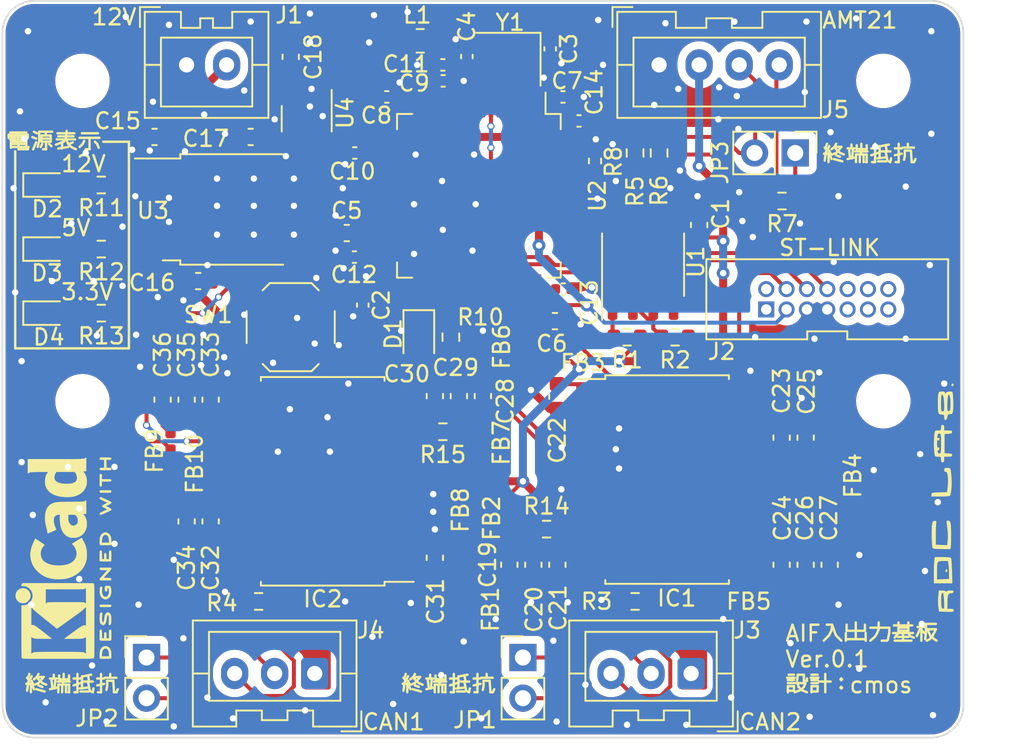
<source format=kicad_pcb>
(kicad_pcb (version 20221018) (generator pcbnew)
  (layers (0 "F.Cu" signal) (31 "B.Cu" signal) (34 "B.Paste" user) (35 "F.Paste" user) (36 "B.SilkS" user "B.Silkscreen") (37 "F.SilkS" user "F.Silkscreen") (38 "B.Mask" user) (39 "F.Mask" user) (44 "Edge.Cuts" user))
  (net 0 "")
  (net 1 "+5V")
  (net 2 "GND")
  (net 3 "Net-(U2-NRST)")
  (net 4 "Net-(U2-PH0)")
  (net 5 "Net-(U2-PH1)")
  (net 6 "Net-(U2-VCAP_1)")
  (net 7 "Net-(U2-VCAP_2)")
  (net 8 "+3.3V")
  (net 9 "VDDA")
  (net 10 "+12V")
  (net 11 "Net-(IC1-VDD)")
  (net 12 "Net-(IC1-GND1)")
  (net 13 "Net-(IC1-VIO)")
  (net 14 "Net-(IC1-VISOIN)")
  (net 15 "/CAN_Transceiver1/GND_CAN")
  (net 16 "Net-(IC1-VISOOUT)")
  (net 17 "Net-(IC1-GND2)")
  (net 18 "Net-(IC2-VDD)")
  (net 19 "Net-(IC2-GND1)")
  (net 20 "Net-(IC2-VIO)")
  (net 21 "Net-(IC2-VISOIN)")
  (net 22 "/CAN_Transceiver2/GND_CAN")
  (net 23 "Net-(IC2-VISOOUT)")
  (net 24 "Net-(IC2-GND2)")
  (net 25 "Net-(D1-A)")
  (net 26 "Net-(D2-A)")
  (net 27 "Net-(D3-A)")
  (net 28 "Net-(D4-A)")
  (net 29 "/CAN_Transceiver1/CAN_TX")
  (net 30 "/CAN_Transceiver1/CAN_RX")
  (net 32 "Net-(IC1-EN{slash}FLT)")
  (net 34 "/CAN_Transceiver1/CAN_L")
  (net 35 "/CAN_Transceiver1/CAN_H")
  (net 36 "/CAN_Transceiver2/CAN_TX")
  (net 37 "/CAN_Transceiver2/CAN_RX")
  (net 39 "Net-(IC2-EN{slash}FLT)")
  (net 41 "/CAN_Transceiver2/CAN_L")
  (net 42 "/CAN_Transceiver2/CAN_H")
  (net 45 "/STM32F405/SWDIO")
  (net 46 "/STM32F405/SWCLK")
  (net 47 "/STM32F405/SWO")
  (net 54 "Net-(J5-Pin_3)")
  (net 55 "Net-(J5-Pin_4)")
  (net 56 "Net-(JP1-A)")
  (net 57 "Net-(JP2-A)")
  (net 58 "Net-(JP3-A)")
  (net 59 "/STM32F405/USART1_RX")
  (net 60 "Net-(U1-DE)")
  (net 61 "Net-(U1-B)")
  (net 62 "Net-(U1-A)")
  (net 63 "Net-(U2-BOOT0)")
  (net 64 "/STM32F405/USART1_TX")
  (net 103 "/CYCLE_LED")
  (footprint "Capacitor_SMD:C_0603_1608Metric" (layer "F.Cu") (at 38 23.5 90)
    (fp_text reference "C18")
    (fp_text value "1u")
  )
  (footprint "Capacitor_SMD:C_0603_1608Metric" (layer "F.Cu") (at 31.5 52.5 90)
    (fp_text reference "C34")
    (fp_text value "10u")
  )
  (footprint "my_pretty:JTAG_BOX_CONN" (layer "F.Cu") (at 80.45 38.635 90)
    (fp_text reference "J2")
    (fp_text value "ST-LINK")
  )
  (footprint "Inductor_SMD:L_0402_1005Metric" (layer "F.Cu") (at 50 47.39 90)
    (fp_text reference "FB7")
    (fp_text value "FerriteBead")
  )
  (footprint "Capacitor_SMD:C_0603_1608Metric" (layer "F.Cu") (at 70.15 47.275 -90)
    (fp_text reference "C25")
    (fp_text value "10u")
  )
  (footprint "Capacitor_SMD:C_0402_1005Metric" (layer "F.Cu") (at 54.2 23 -90)
    (fp_text reference "C3")
    (fp_text value "18p")
  )
  (footprint "Inductor_SMD:L_0402_1005Metric" (layer "F.Cu") (at 33 48.985 -90)
    (fp_text reference "FB10")
    (fp_text value "FerriteBead")
  )
  (footprint "Connector_JST:JST_XA_B02B-XASK-1_1x02_P2.50mm_Vertical" (layer "F.Cu") (at 31.5 24)
    (fp_text reference "J1")
    (fp_text value "PWR")
  )
  (footprint "Resistor_SMD:R_0603_1608Metric" (layer "F.Cu") (at 48 41 -90)
    (fp_text reference "R10")
    (fp_text value "1.2k")
  )
  (footprint "Inductor_SMD:L_0402_1005Metric" (layer "F.Cu") (at 54 42.5 180)
    (fp_text reference "FB3")
    (fp_text value "FerriteBead")
  )
  (footprint "LED_SMD:LED_0603_1608Metric" (layer "F.Cu") (at 22.7875 31.5)
    (fp_text reference "D2")
    (fp_text value "LED")
  )
  (footprint "Capacitor_SMD:C_0402_1005Metric" (layer "F.Cu") (at 47.5 24)
    (fp_text reference "C11")
    (fp_text value "0.1u")
  )
  (footprint "Capacitor_SMD:C_0402_1005Metric" (layer "F.Cu") (at 42 29.5 180)
    (fp_text reference "C10")
    (fp_text value "0.1u")
  )
  (footprint "LED_SMD:LED_0603_1608Metric" (layer "F.Cu") (at 22.7875 35.5)
    (fp_text reference "D3")
    (fp_text value "LED")
  )
  (footprint "MountingHole:MountingHole_3.2mm_M3" (layer "F.Cu") (at 25 25)
    (fp_text reference "H1" hide)
    (fp_text value "MountingHole")
  )
  (footprint "Inductor_SMD:L_0402_1005Metric" (layer "F.Cu") (at 51.65 52.47 -90)
    (fp_text reference "FB2")
    (fp_text value "FerriteBead")
  )
  (footprint "Capacitor_SMD:C_0603_1608Metric" (layer "F.Cu") (at 33 44.905 90)
    (fp_text reference "C33")
    (fp_text value "10n")
  )
  (footprint "Package_SO:SOIC-8_3.9x4.9mm_P1.27mm" (layer "F.Cu") (at 60 36.475 90)
    (fp_text reference "U1")
    (fp_text value "THVD1420D")
  )
  (footprint "Resistor_SMD:R_0603_1608Metric" (layer "F.Cu") (at 53.975 52.985)
    (fp_text reference "R14")
    (fp_text value "4.7k")
  )
  (footprint "Capacitor_SMD:C_0603_1608Metric" (layer "F.Cu") (at 47 44.68 90)
    (fp_text reference "C30")
    (fp_text value "10n")
  )
  (footprint "Inductor_SMD:L_0402_1005Metric" (layer "F.Cu") (at 50 41.89 -90)
    (fp_text reference "FB6")
    (fp_text value "FerriteBead")
  )
  (footprint "Resistor_SMD:R_0603_1608Metric" (layer "F.Cu") (at 59.5 29.5 90)
    (fp_text reference "R5")
    (fp_text value "10")
  )
  (footprint "Capacitor_SMD:C_0603_1608Metric" (layer "F.Cu") (at 32.225 37.5)
    (fp_text reference "C16")
    (fp_text value "0.1u")
  )
  (footprint "Capacitor_SMD:C_0603_1608Metric" (layer "F.Cu") (at 54.65 44.71 -90)
    (fp_text reference "C22")
    (fp_text value "0.1u")
  )
  (footprint "Connector_JST:JST_XA_B03B-XASK-1_1x03_P2.50mm_Vertical" (layer "F.Cu") (at 39.5 62 180)
    (fp_text reference "J4")
    (fp_text value "CAN")
  )
  (footprint "Resistor_SMD:R_0603_1608Metric" (layer "F.Cu") (at 62 41 180)
    (fp_text reference "R2")
    (fp_text value "10k")
  )
  (footprint "Capacitor_SMD:C_0603_1608Metric" (layer "F.Cu") (at 35.5 28.5 180)
    (fp_text reference "C17")
    (fp_text value "1u")
  )
  (footprint "Capacitor_SMD:C_0603_1608Metric" (layer "F.Cu") (at 71.65 55.21 -90)
    (fp_text reference "C27")
    (fp_text value "10u")
  )
  (footprint "Package_TO_SOT_SMD:SOT-23-3" (layer "F.Cu") (at 39 27.3625 -90)
    (fp_text reference "U4")
    (fp_text value "XC6206P332MR")
  )
  (footprint "Capacitor_SMD:C_0402_1005Metric" (layer "F.Cu") (at 49 23.48 90)
    (fp_text reference "C4")
    (fp_text value "18p")
  )
  (footprint "Capacitor_SMD:C_0603_1608Metric" (layer "F.Cu") (at 68.65 55.21 -90)
    (fp_text reference "C24")
    (fp_text value "10n")
  )
  (footprint "MountingHole:MountingHole_3.2mm_M3" (layer "F.Cu") (at 75 25)
    (fp_text reference "H4" hide)
    (fp_text value "MountingHole")
  )
  (footprint "Capacitor_SMD:C_0603_1608Metric" (layer "F.Cu") (at 31.5 44.905 90)
    (fp_text reference "C35")
    (fp_text value "1u")
  )
  (footprint "Resistor_SMD:R_0603_1608Metric" (layer "F.Cu") (at 26.175 31.5 180)
    (fp_text reference "R11")
    (fp_text value "10k")
  )
  (footprint "Connector_JST:JST_XA_B03B-XASK-1_1x03_P2.50mm_Vertical" (layer "F.Cu") (at 63 62 180)
    (fp_text reference "J3")
    (fp_text value "CAN")
  )
  (footprint "Capacitor_SMD:C_0603_1608Metric" (layer "F.Cu") (at 68.65 47.275 -90)
    (fp_text reference "C23")
    (fp_text value "0.1u")
  )
  (footprint "Capacitor_SMD:C_0402_1005Metric" (layer "F.Cu") (at 47.52 25)
    (fp_text reference "C9")
    (fp_text value "1u")
  )
  (footprint "Connector_PinHeader_2.54mm:PinHeader_1x02_P2.54mm_Vertical" (layer "F.Cu") (at 29 61)
    (fp_text reference "JP2")
    (fp_text value "Jumper_2_Open")
  )
  (footprint "Resistor_SMD:R_0603_1608Metric" (layer "F.Cu") (at 47.5 46.905 180)
    (fp_text reference "R15")
    (fp_text value "4.7k")
  )
  (footprint "LED_SMD:LED_0805_2012Metric" (layer "F.Cu") (at 46 41 -90)
    (fp_text reference "D1")
    (fp_text value "LED")
  )
  (footprint "LED_SMD:LED_0603_1608Metric" (layer "F.Cu") (at 22.7875 39.5)
    (fp_text reference "D4")
    (fp_text value "LED")
  )
  (footprint "Capacitor_SMD:C_0402_1005Metric" (layer "F.Cu") (at 41.98 36 180)
    (fp_text reference "C12")
    (fp_text value "0.1u")
  )
  (footprint "Crystal:Crystal_SMD_3225-4Pin_3.2x2.5mm" (layer "F.Cu") (at 51.6 23.65 180)
    (fp_text reference "Y1")
    (fp_text value "25MHz")
  )
  (footprint "Package_QFP:LQFP-64_10x10mm_P0.5mm" (layer "F.Cu") (at 49.75 32.175 -90)
    (fp_text reference "U2")
    (fp_text value "STM32F405RGTx")
  )
  (footprint "Capacitor_SMD:C_0603_1608Metric" (layer "F.Cu") (at 54.5 40)
    (fp_text reference "C6")
    (fp_text value "2.2u")
  )
  (footprint "Capacitor_SMD:C_0603_1608Metric" (layer "F.Cu") (at 47 54.775 90)
    (fp_text reference "C31")
    (fp_text value "0.1u")
  )
  (footprint "Resistor_SMD:R_0603_1608Metric" (layer "F.Cu") (at 59 41 180)
    (fp_text reference "R1")
    (fp_text value "10k")
  )
  (footprint "Inductor_SMD:L_0402_1005Metric" (layer "F.Cu") (at 64.2 57.5 180)
    (fp_text reference "FB5")
    (fp_text value "FerriteBead")
  )
  (footprint "Connector_JST:JST_XA_B04B-XASK-1_1x04_P2.50mm_Vertical" (layer "F.Cu") (at 61 24)
    (fp_text reference "J5")
    (fp_text value "AMT21")
  )
  (footprint "Capacitor_SMD:C_0603_1608Metric" (layer "F.Cu") (at 29.5 28.5 180)
    (fp_text reference "C15")
    (fp_text value "0.47u")
  )
  (footprint "Capacitor_SMD:C_0603_1608Metric" (layer "F.Cu") (at 41.5 34.5 180)
    (fp_text reference "C5")
    (fp_text value "2.2u")
  )
  (footprint "logo_pretty:rdclab_small" (layer "F.Cu") (at 79 51.1 90)
    (fp_text reference "G***" hide)
    (fp_text value "LOGO" hide)
  )
  (footprint "Button_Switch_SMD:SW_Push_1P1T_XKB_TS-1187A" (layer "F.Cu") (at 38 40.375 180)
    (fp_text reference "SW1")
    (fp_text value "SW_Push")
  )
  (footprint "Resistor_SMD:R_0603_1608Metric" (layer "F.Cu") (at 26.175 35.5 180)
    (fp_text reference "R12")
    (fp_text value "3.3k")
  )
  (footprint "Resistor_SMD:R_0603_1608Metric" (layer "F.Cu") (at 59.5 57.5)
    (fp_text reference "R3")
    (fp_text value "120")
  )
  (footprint "Capacitor_SMD:C_0402_1005Metric" (layer "F.Cu") (at 55 26)
    (fp_text reference "C7")
    (fp_text value "0.1u")
  )
  (footprint "Capacitor_SMD:C_0603_1608Metric" (layer "F.Cu") (at 50 44.68 90)
    (fp_text reference "C28")
    (fp_text value "10u")
  )
  (footprint "Inductor_SMD:L_0402_1005Metric" (layer "F.Cu") (at 30.5 47.5 -90)
    (fp_text reference "FB9")
    (fp_text value "FerriteBead")
  )
  (footprint "Resistor_SMD:R_0603_1608Metric" (layer "F.Cu") (at 26.175 39.5 180)
    (fp_text reference "R13")
    (fp_text value "1.2k")
  )
  (footprint "Capacitor_SMD:C_0402_1005Metric" (layer "F.Cu") (at 42.5 39 -90)
    (fp_text reference "C2")
    (fp_text value "0.1u")
  )
  (footprint "Connector_PinHeader_2.54mm:PinHeader_1x02_P2.54mm_Vertical" (layer "F.Cu") (at 69.5 29.5 -90)
    (fp_text reference "JP3")
    (fp_text value "Jumper_2_Open")
  )
  (footprint "Symbol:KiCad-Logo2_5mm_SilkScreen" (layer "F.Cu") (at 23.8 54.8 90)
    (fp_text reference "REF**" hide)
    (fp_text value "KiCad-Logo2_5mm_SilkScreen" hide)
  )
  (footprint "Capacitor_SMD:C_0603_1608Metric" (layer "F.Cu") (at 70.15 55.21 -90)
    (fp_text reference "C26")
    (fp_text value "1u")
  )
  (footprint "Package_SO:SOIC-20W_7.5x12.8mm_P1.27mm" (layer "F.Cu") (at 40 50 180)
    (fp_text reference "IC2")
    (fp_text value "ISOW1044BDFMR")
  )
  (footprint "Resistor_SMD:R_0603_1608Metric" (layer "F.Cu") (at 61 29.5 90)
    (fp_text reference "R6")
    (fp_text value "10")
  )
  (footprint "Connector_PinHeader_2.54mm:PinHeader_1x02_P2.54mm_Vertical" (layer "F.Cu") (at 52.5 61)
    (fp_text reference "JP1")
    (fp_text value "Jumper_2_Open")
  )
  (footprint "Inductor_SMD:L_0402_1005Metric" (layer "F.Cu") (at 72 49 90)
    (fp_text reference "FB4")
    (fp_text value "FerriteBead")
  )
  (footprint "Capacitor_SMD:C_0402_1005Metric" (layer "F.Cu") (at 55.02 38)
    (fp_text reference "C13")
    (fp_text value "0.1u")
  )
  (footprint "Package_TO_SOT_SMD:TO-252-2" (layer "F.Cu") (at 34.415 33.025)
    (fp_text reference "U3")
    (fp_text value "L7805")
  )
  (footprint "Capacitor_SMD:C_0603_1608Metric" (layer "F.Cu") (at 48.5 44.68 90)
    (fp_text reference "C29")
    (fp_text value "1u")
  )
  (footprint "MountingHole:MountingHole_3.2mm_M3" (layer "F.Cu") (at 25 45)
    (fp_text reference "H2" hide)
    (fp_text value "MountingHole")
  )
  (footprint "Capacitor_SMD:C_0603_1608Metric" (layer "F.Cu") (at 33 52.5 90)
    (fp_text reference "C32")
    (fp_text value "0.1u")
  )
  (footprint "Capacitor_SMD:C_0603_1608Metric" (layer "F.Cu") (at 51.65 55.21 -90)
    (fp_text reference "C19")
    (fp_text value "10u")
  )
  (footprint "Package_SO:SOIC-20W_7.5x12.8mm_P1.27mm" (layer "F.Cu") (at 61.5 49.89)
    (fp_text reference "IC1")
    (fp_text value "ISOW1044BDFMR")
  )
  (footprint "Inductor_SMD:L_0402_1005Metric" (layer "F.Cu") (at 51.65 58 90)
    (fp_text reference "FB1")
    (fp_text value "FerriteBead")
  )
  (footprint "Inductor_SMD:L_0402_1005Metric" (layer "F.Cu") (at 48.5 54 -90)
    (fp_text reference "FB8")
    (fp_text value "FerriteBead")
  )
  (footprint "Capacitor_SMD:C_0603_1608Metric" (layer "F.Cu") (at 53.15 55.21 -90)
    (fp_text reference "C20")
    (fp_text value "1u")
  )
  (footprint "Capacitor_SMD:C_0603_1608Metric" (layer "F.Cu") (at 63.5 34 90)
    (fp_text reference "C1")
    (fp_text value "0.1u")
  )
  (footprint "Capacitor_SMD:C_0603_1608Metric" (layer "F.Cu") (at 30 44.905 90)
    (fp_text reference "C36")
    (fp_text value "10u")
  )
  (footprint "Resistor_SMD:R_0402_1005Metric" (layer "F.Cu") (at 57 30 90)
    (fp_text reference "R8")
    (fp_text value "10k")
  )
  (footprint "Capacitor_SMD:C_0603_1608Metric" (layer "F.Cu") (at 54.65 55.21 -90)
    (fp_text reference "C21")
    (fp_text value "10n")
  )
  (footprint "Resistor_SMD:R_0603_1608Metric" (layer "F.Cu") (at 36 57.5)
    (fp_text reference "R4")
    (fp_text value "120")
  )
  (footprint "Resistor_SMD:R_0805_2012Metric" (layer "F.Cu") (at 46.0875 22.5)
    (fp_text reference "L1")
    (fp_text value "600@100MHz")
  )
  (footprint "Capacitor_SMD:C_0402_1005Metric" (layer "F.Cu") (at 56 27.5)
    (fp_text reference "C14")
    (fp_text value "0.1u")
  )
  (footprint "Resistor_SMD:R_0603_1608Metric" (layer "F.Cu") (at 68.675 32.5 180)
    (fp_text reference "R7")
    (fp_text value "120")
  )
  (footprint "Capacitor_SMD:C_0402_1005Metric" (layer "F.Cu") (at 44 26)
    (fp_text reference "C8")
    (fp_text value "4.7u")
  )
  (footprint "MountingHole:MountingHole_3.2mm_M3" (layer "F.Cu") (at 75 45)
    (fp_text reference "H3" hide)
    (fp_text value "MountingHole")
  )
  (gr_line (start 27.9 28.8) (end 26.3 28.8) (stroke (width 0.15)) (layer "F.SilkS"))
  (gr_line (start 20.8 41.7) (end 27.9 41.7) (stroke (width 0.15)) (layer "F.SilkS"))
  (gr_line (start 20.8 29.4) (end 20.8 41.7) (stroke (width 0.15)) (layer "F.SilkS"))
  (gr_line (start 27.9 41.7) (end 27.9 28.8) (stroke (width 0.15)) (layer "F.SilkS"))
  (gr_arc (start 20 22) (mid 20.585786 20.585786) (end 22 20) (stroke (width 0.1)) (layer "Edge.Cuts"))
  (gr_arc (start 22 66) (mid 20.585786 65.414214) (end 20 64) (stroke (width 0.1)) (layer "Edge.Cuts"))
  (gr_line (start 22 66) (end 78 66) (stroke (width 0.1)) (layer "Edge.Cuts"))
  (gr_line (start 80 22) (end 80 64) (stroke (width 0.1)) (layer "Edge.Cuts"))
  (gr_line (start 20 22) (end 20 64) (stroke (width 0.1)) (layer "Edge.Cuts"))
  (gr_arc (start 78 20) (mid 79.414214 20.585786) (end 80 22) (stroke (width 0.1)) (layer "Edge.Cuts"))
  (gr_arc (start 80 64) (mid 79.414214 65.414214) (end 78 66) (stroke (width 0.1)) (layer "Edge.Cuts"))
  (gr_line (start 22 20) (end 78 20) (stroke (width 0.1)) (layer "Edge.Cuts"))
  (gr_text "AIF入出力基板\nVer.0.1\n設計：cmos" (at 68.8 63.3) (layer "F.SilkS") (effects (font (size 1 1)) (justify left bottom)))
  (gr_text "3.3V" (at 23.5875 38.765) (layer "F.SilkS") (effects (font (size 1 1)) (justify left bottom)))
  (gr_text "12V" (at 25.5 21.6) (layer "F.SilkS") (effects (font (size 1 1)) (justify left bottom)))
  (gr_text "ST-LINK" (at 68.4 36) (layer "F.SilkS") (effects (font (size 1 1)) (justify left bottom)))
  (gr_text "終端抵抗" (at 21.3 63.3) (layer "F.SilkS") (effects (font (size 1 1)) (justify left bottom)))
  (gr_text "5V" (at 23.5875 34.765) (layer "F.SilkS") (effects (font (size 1 1)) (justify left bottom)))
  (gr_text "電源表示" (at 20.2 29.4) (layer "F.SilkS") (effects (font (size 1 1)) (justify left bottom)))
  (gr_text "CAN2" (at 65.91 65.61) (layer "F.SilkS") (effects (font (size 1 1)) (justify left bottom)))
  (gr_text "AMT21" (at 71.1 21.8) (layer "F.SilkS") (effects (font (size 1 1)) (justify left bottom)))
  (gr_text "CAN1" (at 42.41 65.61) (layer "F.SilkS") (effects (font (size 1 1)) (justify left bottom)))
  (gr_text "終端抵抗" (at 44.8 63.3) (layer "F.SilkS") (effects (font (size 1 1)) (justify left bottom)))
  (gr_text "終端抵抗" (at 71.1 30.2) (layer "F.SilkS") (effects (font (size 1 1)) (justify left bottom)))
  (gr_text "12V" (at 23.5875 30.765) (layer "F.SilkS") (effects (font (size 1 1)) (justify left bottom)))
  (segment (start 52.5 50) (end 50.5 50) (width 0.5) (layer "F.Cu") (net 1))
  (segment (start 48.5 53.515) (end 49.015 53.515) (width 0.25) (layer "F.Cu") (net 1))
  (segment (start 58.8 35.3) (end 58.095 34.595) (width 0.25) (layer "F.Cu") (net 1))
  (segment (start 53.15 50.65) (end 52.5 50) (width 0.5) (layer "F.Cu") (net 1))
  (segment (start 50.5 50) (end 49.5 51) (width 0.5) (layer "F.Cu") (net 1))
  (segment (start 51.65 51.985) (end 51.65 50.85) (width 0.25) (layer "F.Cu") (net 1))
  (segment (start 29.375 35.305) (end 29.375 35.425) (width 0.5) (layer "F.Cu") (net 1))
  (segment (start 50 47.875) (end 48.95 47.875) (width 0.25) (layer "F.Cu") (net 1))
  (segment (start 41.5 45.5) (end 37.425 41.425) (width 0.5) (layer "F.Cu") (net 1))
  (segment (start 48.325 46.905) (end 48.325 48.5) (width 0.5) (layer "F.Cu") (net 1))
  (segment (start 61 42.5) (end 64 42.5) (width 0.5) (layer "F.Cu") (net 1))
  (segment (start 64.775 34.775) (end 65 35) (width 0.25) (layer "F.Cu") (net 1))
  (segment (start 31.5 37.5) (end 31.45 37.5) (width 0.5) (layer "F.Cu") (net 1))
  (segment (start 29.375 35.425) (end 31.45 37.5) (width 0.5) (layer "F.Cu") (net 1))
  (segment (start 41.5 54.5) (end 41.5 45.5) (width 0.5) (layer "F.Cu") (net 1))
  (segment (start 43.465 56.465) (end 41.5 54.5) (width 0.5) (layer "F.Cu") (net 1))
  (segment (start 32.610046 29.5) (end 35.275 29.5) (width 0.5) (layer "F.Cu") (net 1))
  (segment (start 53.15 52.985) (end 53.15 50.65) (width 0.5) (layer "F.Cu") (net 1))
  (segment (start 49.015 53.515) (end 49.5 54) (width 0.25) (layer "F.Cu") (net 1))
  (segment (start 58.5 42.5) (end 61 42.5) (width 0.5) (layer "F.Cu") (net 1))
  (segment (start 48.035 56.465) (end 43.465 56.465) (width 0.5) (layer "F.Cu") (net 1))
  (segment (start 49.5 51) (end 49.5 54) (width 0.5) (layer "F.Cu") (net 1))
  (segment (start 64 42.5) (end 65 41.5) (width 0.5) (layer "F.Cu") (net 1))
  (segment (start 29 37.5) (end 31.45 37.5) (width 0.25) (layer "F.Cu") (net 1))
  (segment (start 59.825 41) (end 59.825 41.175) (width 0.25) (layer "F.Cu") (net 1))
  (segment (start 59.825 41.175) (end 58.5 42.5) (width 0.25) (layer "F.Cu") (net 1))
  (segment (start 49.5 54) (end 49.5 55) (width 0.5) (layer "F.Cu") (net 1))
  (segment (start 62.975 35.3) (end 58.8 35.3) (width 0.25) (layer "F.Cu") (net 1))
  (segment (start 35.275 29.5) (end 36.275 28.5) (width 0.5) (layer "F.Cu") (net 1))
  (segment (start 58.095 34.595) (end 58.095 34) (width 0.25) (layer "F.Cu") (net 1))
  (segment (start 27 35.5) (end 29 37.5) (width 0.25) (layer "F.Cu") (net 1))
  (segment (start 48.325 49.825) (end 49.5 51) (width 0.5) (layer "F.Cu") (net 1))
  (segment (start 65 31.8245) (end 63.5 30.3245) (width 0.5) (layer "F.Cu") (net 1))
  (segment (start 35.425 41.425) (end 31.5 37.5) (width 0.5) (layer "F.Cu") (net 1))
  (segment (start 62.825 41) (end 62.5 41) (width 0.25) (layer "F.Cu") (net 1))
  (segment (start 65 41.5) (end 65 37) (width 0.5) (layer "F.Cu") (net 1))
  (segment (start 48.95 47.875) (end 48.325 48.5) (width 0.25) (layer "F.Cu") (net 1))
  (segment (start 51.65 50.85) (end 52.5 50) (width 0.25) (layer "F.Cu") (net 1))
  (segment (start 31.45 37.5) (end 31.45 30.660046) (width 0.5) (layer "F.Cu") (net 1))
  (segment (start 55.5 42.5) (end 56 43) (width 0.25) (layer "F.Cu") (net 1))
  (segment (start 63.5 34.775) (end 62.975 35.3) (width 0.25) (layer "F.Cu") (net 1))
  (segment (start 31.45 30.660046) (end 32.610046 29.5) (width 0.5) (layer "F.Cu") (net 1))
  (segment (start 63.5 34.775) (end 64.775 34.775) (width 0.25) (layer "F.Cu") (net 1))
  (segment (start 54.485 42.5) (end 55.5 42.5) (width 0.25) (layer "F.Cu") (net 1))
  (segment (start 65 35) (end 65 31.8245) (width 0.5) (layer "F.Cu") (net 1))
  (segment (start 62.5 41) (end 61 42.5) (width 0.25) (layer "F.Cu") (net 1))
  (segment (start 39 28.5) (end 36.275 28.5) (width 0.5) (layer "F.Cu") (net 1))
  (segment (start 48.325 48.5) (end 48.325 49.825) (width 0.5) (layer "F.Cu") (net 1))
  (segment (start 49.5 55) (end 48.035 56.465) (width 0.5) (layer "F.Cu") (net 1))
  (segment (start 37.425 41.425) (end 35.425 41.425) (width 0.5) (layer "F.Cu") (net 1))
  (via (at 63.5 30.3245) (size 0.8) (drill 0.4) (layers "F.Cu" "B.Cu") (net 1))
  (via (at 65 37) (size 0.8) (drill 0.4) (layers "F.Cu" "B.Cu") (net 1))
  (via (at 56 43) (size 0.8) (drill 0.4) (layers "F.Cu" "B.Cu") (net 1))
  (via (at 52.5 50) (size 0.8) (drill 0.4) (layers "F.Cu" "B.Cu") (net 1))
  (via (at 65 35) (size 0.8) (drill 0.4) (layers "F.Cu" "B.Cu") (net 1))
  (via (at 58.5 42.5) (size 0.8) (drill 0.4) (layers "F.Cu" "B.Cu") (net 1))
  (segment (start 52.5 50) (end 52.5 46.5) (width 0.5) (layer "B.Cu") (net 1))
  (segment (start 52.5 46.5) (end 56 43) (width 0.5) (layer "B.Cu") (net 1))
  (segment (start 56 43) (end 56.5 42.5) (width 0.5) (layer "B.Cu") (net 1))
  (segment (start 56.5 42.5) (end 58.5 42.5) (width 0.5) (layer "B.Cu") (net 1))
  (segment (start 63.5 30.3245) (end 63.5 24) (width 0.5) (layer "B.Cu") (net 1))
  (segment (start 65 37) (end 65 35) (width 0.5) (layer "B.Cu") (net 1))
  (segment (start 46.9 50.375075) (end 45.889925 49.365) (width 0.5) (layer "F.Cu") (net 2))
  (segment (start 54.185 45.485) (end 53 44.3) (width 0.5) (layer "F.Cu") (net 2))
  (segment (start 43.625 51.905) (end 42.7 52.83) (width 0.5) (layer "F.Cu") (net 2))
  (segment (start 48 26.5) (end 48 25) (width 0.25) (layer "F.Cu") (net 2))
  (segment (start 52.7 24.5) (end 53.18 24.5) (width 0.25) (layer "F.Cu") (net 2))
  (segment (start 58.3 48) (end 57.9 48) (width 0.5) (layer "F.Cu") (net 2))
  (segment (start 47 54) (end 47 53) (width 0.5) (layer "F.Cu") (net 2))
  (segment (start 56.85 47.985) (end 55.009598 47.985) (width 0.5) (layer "F.Cu") (net 2))
  (segment (start 56.85 45.445) (end 57.875 45.445) (width 0.5) (layer "F.Cu") (net 2))
  (segment (start 45.321827 28.925) (end 45.796827 29.4) (width 0.25) (layer "F.Cu") (net 2))
  (segment (start 40.725 34.5) (end 40.725 33.475) (width 0.5) (layer "F.Cu") (net 2))
  (segment (start 57.05 28.65) (end 56.9 28.8) (width 0.25) (layer "F.Cu") (net 2))
  (segment (start 45.889925 49.365) (end 44.65 49.365) (width 0.5) (layer "F.Cu") (net 2))
  (segment (start 40.725 34.5) (end 40.725 35.525) (width 0.5) (layer "F.Cu") (net 2))
  (segment (start 56.85 50.525) (end 57.875 50.525) (width 0.5) (layer "F.Cu") (net 2))
  (segment (start 40.725 35.525) (end 40.8 35.6) (width 0.5) (layer "F.Cu") (net 2))
  (segment (start 57.915 47.985) (end 56.85 47.985) (width 0.5) (layer "F.Cu") (net 2))
  (segment (start 45.555 54.445) (end 47 53) (width 0.5) (layer "F.Cu") (net 2))
  (segment (start 44.65 54.445) (end 45.555 54.445) (width 0.5) (layer "F.Cu") (net 2))
  (segment (start 46.9 52.9) (end 47 53) (width 0.5) (layer "F.Cu") (net 2))
  (segment (start 56.85 50.525) (end 54.925 50.525) (width 0.5) (layer "F.Cu") (net 2))
  (segment (start 57.875 45.445) (end 58.4 45.97) (width 0.5) (layer "F.Cu") (net 2))
  (segment (start 58.5 48.6) (end 57.885 47.985) (width 0.5) (layer "F.Cu") (net 2))
  (segment (start 42.7 52.83) (end 42.7 53.8) (width 0.5) (layer "F.Cu") (net 2))
  (segment (start 40.725 33.475) (end 40.8 33.4) (width 0.5) (layer "F.Cu") (net 2))
  (segment (start 46.9 50.8) (end 46.9 51.9) (width 0.5) (layer "F.Cu") (net 2))
  (segment (start 46.9 51.9) (end 46.9 52.9) (width 0.5) (layer "F.Cu") (net 2))
  (segment (start 58.5 49.2) (end 58.5 48.6) (width 0.5) (layer "F.Cu") (net 2))
  (segment (start 58.5 49.9) (end 58.5 49.2) (width 0.5) (layer "F.Cu") (net 2))
  (segment (start 58.4 45.97) (end 58.4 46.6) (width 0.5) (layer "F.Cu") (net 2))
  (segment (start 54.65 45.485) (end 54.185 45.485) (width 0.5) (layer "F.Cu") (net 2))
  (segment (start 56.775 28.925) (end 57.05 28.65) (width 0.25) (layer "F.Cu") (net 2))
  (segment (start 45.4625 40.6) (end 46 40.0625) (width 0.5) (layer "F.Cu") (net 2))
  (segment (start 55.009598 47.985) (end 54.912299 47.887701) (width 0.5) (layer "F.Cu") (net 2))
  (segment (start 55.425 28.925) (end 56.775 28.925) (width 0.25) (layer "F.Cu") (net 2))
  (segment (start 50 40.6) (end 50 41.405) (width 0.5) (layer "F.Cu") (net 2))
  (segment (start 57.875 50.525) (end 58.5 49.9) (width 0.5) (layer "F.Cu") (net 2))
  (segment (start 43.345 54.445) (end 44.65 54.445) (width 0.5) (layer "F.Cu") (net 2))
  (segment (start 58.4 46.6) (end 58.5 46.7) (width 0.5) (layer "F.Cu") (net 2))
  (segment (start 46.9 50.8) (end 46.9 50.375075) (width 0.5) (layer "F.Cu") (net 2))
  (segment (start 56.81 45.485) (end 56.85 45.445) (width 0.5) (layer "F.Cu") (net 2))
  (segment (start 53.18 24.5) (end 54.2 23.48) (width 0.25) (layer "F.Cu") (net 2))
  (segment (start 57.9 48) (end 57.915 47.985) (width 0.5) (layer "F.Cu") (net 2))
  (segment (start 54.925 50.525) (end 54.9 50.5) (width 0.5) (layer "F.Cu") (net 2))
  (segment (start 58.5 47.8) (end 58.3 48) (width 0.5) (layer "F.Cu") (net 2))
  (segment (start 54.65 45.485) (end 56.81 45.485) (width 0.5) (layer "F.Cu") (net 2))
  (segment (start 44.65 51.905) (end 43.625 51.905) (width 0.5) (layer "F.Cu") (net 2))
  (segment (start 45.8 29.6) (end 45.8 29.4) (width 0.25) (layer "F.Cu") (net 2))
  (segment (start 58.5 46.7) (end 58.4 46.8) (width 0.5) (layer "F.Cu") (net 2))
  (segment (start 57.885 47.985) (end 56.85 47.985) (width 0.5) (layer "F.Cu") (net 2))
  (segment (start 44.075 28.925) (end 45.321827 28.925) (width 0.25) (layer "F.Cu") (net 2))
  (segment (start 42.7 53.8) (end 43.345 54.445) (width 0.5) (layer "F.Cu") (net 2))
  (segment (start 58.5 46.7) (end 58.5 47.8) (width 0.5) (layer "F.Cu") (net 2))
  (segment (start 45.796827 29.4) (end 45.8 29.6) (width 0.25) (layer "F.Cu") (net 2))
  (segment (start 44.9 40.6) (end 45.4625 40.6) (width 0.5) (layer "F.Cu") (net 2))
  (via (at 65 58.6) (size 0.8) (drill 0.4) (layers "F.Cu" "B.Cu") (net 2))
  (via (at 25.7 37.5) (size 0.8) (drill 0.4) (layers "F.Cu" "B.Cu") (net 2))
  (via (at 29.4 26.3) (size 0.8) (drill 0.4) (layers "F.Cu" "B.Cu") (net 2))
  (via (at 74.4 49.3) (size 0.8) (drill 0.4) (layers "F.Cu" "B.Cu") (net 2))
  (via (at 25.9 40.9) (size 0.8) (drill 0.4) (layers "F.Cu" "B.Cu") (net 2))
  (via (at 45.9 24) (size 0.8) (drill 0.4) (layers "F.Cu" "B.Cu") (net 2))
  (via (at 65.7 21.3) (size 0.8) (drill 0.4) (layers "F.Cu" "B.Cu") (net 2))
  (via (at 36.9 42.6) (size 0.8) (drill 0.4) (layers "F.Cu" "B.Cu") (net 2))
  (via (at 78.4 51.3) (size 0.8) (drill 0.4) (layers "F.Cu" "B.Cu") (net 2))
  (via (at 30.7 54.9) (size 0.8) (drill 0.4) (layers "F.Cu" "B.Cu") (net 2))
  (via (at 33.9 28.3) (size 0.8) (drill 0.4) (layers "F.Cu" "B.Cu") (net 2))
  (via (at 34.05 43.25) (size 0.8) (drill 0.4) (layers "F.Cu" "B.Cu") (net 2))
  (via (at 72.2 57.7) (size 0.8) (drill 0.4) (layers "F.Cu" "B.Cu") (net 2))
  (via (at 21.2 42.5) (size 0.8) (drill 0.4) (layers "F.Cu" "B.Cu") (net 2))
  (via (at 35.1 25.6) (size 0.8) (drill 0.4) (layers "F.Cu" "B.Cu") (net 2))
  (via (at 61.7 31.7) (size 0.8) (drill 0.4) (layers "F.Cu" "B.Cu") (net 2))
  (via (at 78 28.3) (size 0.8) (drill 0.4) (layers "F.Cu" "B.Cu") (net 2))
  (via (at 35.7 34.6) (size 0.8) (drill 0.4) (layers "F.Cu" "B.Cu") (net 2))
  (via (at 56.3 26) (size 0.8) (drill 0.4) (layers "F.Cu" "B.Cu") (net 2))
  (via (at 38.2 32.8) (size 0.8) (drill 0.4) (layers "F.Cu" "B.Cu") (net 2))
  (via (at 20.8 38.2) (size 0.8) (drill 0.4) (layers "F.Cu" "B.Cu") (net 2))
  (via (at 58.3 31.25) (size 0.8) (drill 0.4) (layers "F.Cu" "B.Cu") (net 2))
  (via (at 27.7 21) (size 0.8) (drill 0.4) (layers "F.Cu" "B.Cu") (net 2))
  (via (at 27 49.1) (size 0.8) (drill 0.4) (layers "F.Cu" "B.Cu") (net 2))
  (via (at 56.8 37.9) (size 0.8) (drill 0.4) (layers "F.Cu" "B.Cu") (net 2))
  (via (at 60.7 26.5) (size 0.8) (drill 0.4) (layers "F.Cu" "B.Cu") (net 2))
  (via (at 21.4 28.6) (size 0.8) (drill 0.4) (layers "F.Cu" "B.Cu") (net 2))
  (via (at 41.25 31.7) (size 0.8) (drill 0.4) (layers "F.Cu" "B.Cu") (net 2))
  (via (at 47.4 62.1) (size 0.8) (drill 0.4) (layers "F.Cu" "B.Cu") (net 2))
  (via (at 69.2 60.1) (size 0.8) (drill 0.4) (layers "F.Cu" "B.Cu") (net 2))
  (via (at 77.6 55.6) (size 0.8) (drill 0.4) (layers "F.Cu" "B.Cu") (net 2))
  (via (at 53 44.3) (size 0.8) (drill 0.4) (layers "F.Cu" "B.Cu") (net 2))
  (via (at 29.2 29.35) (size 0.8) (drill 0.4) (layers "F.Cu" "B.Cu") (net 2))
  (via (at 27.5 34.1) (size 0.8) (drill 0.4) (layers "F.Cu" "B.Cu") (net 2))
  (via (at 57.2 21.2) (size 0.8) (drill 0.4) (layers "F.Cu" "B.Cu") (net 2))
  (via (at 48.8 25) (size 0.8) (drill 0.4) (layers "F.Cu" "B.Cu") (net 2))
  (via (at 44.8 25.1) (size 0.8) (drill 0.4) (layers "F.Cu" "B.Cu") (net 2))
  (via (at 57.4 57.4) (size 0.8) (drill 0.4) (layers "F.Cu" "B.Cu") (net 2))
  (via (at 58.5 49.2) (size 0.8) (drill 0.4) (layers "F.Cu" "B.Cu") (net 2))
  (via (at 21.9 52.1) (size 0.8) (drill 0.4) (layers "F.Cu" "B.Cu") (net 2))
  (via (at 73.3 21.1) (size 0.8) (drill 0.4) (layers "F.Cu" "B.Cu") (net 2))
  (via (at 41.6 43.9) (size 0.8) (drill 0.4) (layers "F.Cu" "B.Cu") (net 2))
  (via (at 49.9 64.8) (size 0.8) (drill 0.4) (layers "F.Cu" "B.Cu") (net 2))
  (via (at 49.45 29.6) (size 0.8) (drill 0.4) (layers "F.Cu" "B.Cu") (net 2))
  (via (at 27.5 37.8) (size 0.8) (drill 0.4) (layers "F.Cu" "B.Cu") (net 2))
  (via (at 70.7 41.1) (size 0.8) (drill 0.4) (layers "F.Cu" "B.Cu") (net 2))
  (via (at 34.4 64.8) (size 0.8) (drill 0.4) (layers "F.Cu" "B.Cu") (net 2))
  (via (at 43.1 59.7) (size 0.8) (drill 0.4) (layers "F.Cu" "B.Cu") (net 2))
  (via (at 33.9 56.9) (size 0.8) (drill 0.4) (layers "F.Cu" "B.Cu") (net 2))
  (via (at 46.9 50.8) (size 0.8) (drill 0.4) (layers "F.Cu" "B.Cu") (net 2))
  (via (at 69.9 44.8) (size 0.8) (drill 0.4) (layers "F.Cu" "B.Cu") (net 2))
  (via (at 57.05 28.65) (size 0.8) (drill 0.4) (layers "F.Cu" "B.Cu") (net 2))
  (via (at 62.7 65.2) (size 0.8) (drill 0.4) (layers "F.Cu" "B.Cu") (net 2))
  (via (at 66.7 43.1) (size 0.8) (drill 0.4) (layers "F.Cu" "B.Cu") (net 2))
  (via (at 37.2 48.15) (size 0.8) (drill 0.4) (layers "F.Cu" "B.Cu") (net 2))
  (via (at 41.4 30.2) (size 0.8) (drill 0.4) (layers "F.Cu" "B.Cu") (net 2))
  (via (at 37 27.4) (size 0.8) (drill 0.4) (layers "F.Cu" "B.Cu") (net 2))
  (via (at 65.85 25.95) (size 0.8) (drill 0.4) (layers "F.Cu" "B.Cu") (net 2))
  (via (at 32.4 42.75) (size 0.8) (drill 0.4) (layers "F.Cu" "B.Cu") (net 2))
  (via (at 57.5 24) (size 0.8) (drill 0.4) (layers "F.Cu" "B.Cu") (net 2))
  (via (at 56.1 40.2) (size 0.8) (drill 0.4) (layers "F.Cu" "B.Cu") (net 2))
  (via (at 30.4 33.8) (size 0.8) (drill 0.4) (layers "F.Cu" "B.Cu") (net 2))
  (via (at 76.4 31.6) (size 0.8) (drill 0.4) (layers "F.Cu" "B.Cu") (net 2))
  (via (at 73.5 61.7) (size 0.8) (drill 0.4) (layers "F.Cu" "B.Cu") (net 2))
  (via (at 63.4 32.2) (size 0.8) (drill 0.4) (layers "F.Cu" "B.Cu") (net 2))
  (via (at 30.4 32.3) (size 0.8) (drill 0.4) (layers "F.Cu" "B.Cu") (net 2))
  (via (at 49.35 35.6) (size 0.8) (drill 0.4) (layers "F.Cu" "B.Cu") (net 2))
  (via (at 21.8 57.7) (size 0.8) (drill 0.4) (layers "F.Cu" "B.Cu") (net 2))
  (via (at 40.3 46) (size 0.8) (drill 0.4) (layers "F.Cu" "B.Cu") (net 2))
  (via (at 37.7 29.7) (size 0.8) (drill 0.4) (layers "F.Cu" "B.Cu") (net 2))
  (via (at 29.7 38.5) (size 0.8) (drill 0.4) (layers "F.Cu" "B.Cu") (net 2))
  (via (at 56.4 62.7) (size 0.8) (drill 0.4) (layers "F.Cu" "B.Cu") (net 2))
  (via (at 38.4 39.8) (size 0.8) (drill 0.4) (layers "F.Cu" "B.Cu") (net 2))
  (via (at 40.45 48.15) (size 0.8) (drill 0.4) (layers "F.Cu" "B.Cu") (net 2))
  (via (at 33.4 34.6) (size 0.8) (drill 0.4) (layers "F.Cu" "B.Cu") (net 2))
  (via (at 31.3 38.7) (size 0.8) (drill 0.4) (layers "F.Cu" "B.Cu") (net 2))
  (via (at 24.3 33.9) (size 0.8) (drill 0.4) (layers "F.Cu" "B.Cu") (net 2))
  (via (at 55.3 57.55) (size 0.8) (drill 0.4) (layers "F.Cu" "B.Cu") (net 2))
  (via (at 50.8 58.6) (size 0.8) (drill 0.4) (layers "F.Cu" "B.Cu") (net 2))
  (via (at 78.1 64.6) (size 0.8) (drill 0.4) (layers "F.Cu" "B.Cu") (net 2))
  (via (at 71 43.2) (size 0.8) (drill 0.4) (layers "F.Cu" "B.Cu") (net 2))
  (via (at 32.55 40.85) (size 0.8) (drill 0.4) (layers "F.Cu" "B.Cu") (net 2))
  (via (at 39.5 41.4) (size 0.8) (drill 0.4) (layers "F.Cu" "B.Cu") (net 2))
  (via (at 54.6 65) (size 0.8) (drill 0.4) (layers "F.Cu" "B.Cu") (net 2))
  (via (at 78 21.9) (size 0.8) (drill 0.4) (layers "F.Cu" "B.Cu") (net 2))
  (via (at 54.9 23.9) (size 0.8) (drill 0.4) (layers "F.Cu" "B.Cu") (net 2))
  (via (at 61.4 21.4) (size 0.8) (drill 0.4) (layers "F.Cu" "B.Cu") (net 2))
  (via (at 42.9 22.6) (size 0.8) (drill 0.4) (layers "F.Cu" "B.Cu") (net 2))
  (via (at 32.8 63.5) (size 0.8) (drill 0.4) (layers "F.Cu" "B.Cu") (net 2))
  (via (at 48.8 60) (size 0.8) (drill 0.4) (layers "F.Cu" "B.Cu") (net 2))
  (via (at 45.8 29.6) (size 0.8) (drill 0.4) (layers "F.Cu" "B.Cu") (net 2))
  (via (at 28.5 57.7) (size 0.8) (drill 0.4) (layers "F.Cu" "B.Cu") (net 2))
  (via (at 71.7 28.2) (size 0.8) (drill 0.4) (layers "F.Cu" "B.Cu") (net 2))
  (via (at 57.15 32.35) (size 0.8) (drill 0.4) (layers "F.Cu" "B.Cu") (net 2))
  (via (at 65.5 63.5) (size 0.8) (drill 0.4) (layers "F.Cu" "B.Cu") (net 2))
  (via (at 47.5 34.3) (size 0.8) (drill 0.4) (layers "F.Cu" "B.Cu") (net 2))
  (via (at 21.1 26.9) (size 0.8) (drill 0.4) (layers "F.Cu" "B.Cu") (net 2))
  (via (at 46.9 51.9) (size 0.8) (drill 0.4) (layers "F.Cu" "B.Cu") (net 2))
  (via (at 70.1 25.7) (size 0.8) (drill 0.4) (layers "F.Cu" "B.Cu") (net 2))
  (via (at 41 41.5) (size 0.8) (drill 0.4) (layers "F.Cu" "B.Cu") (net 2))
  (via (at 43.2 20.9) (size 0.8) (drill 0.4) (layers "F.Cu" "B.Cu") (net 2))
  (via (at 24.8 56.1) (size 0.8) (drill 0.4) (layers "F.Cu" "B.Cu") (net 2))
  (via (at 69.8 33.9) (size 0.8) (drill 0.4) (layers "F.Cu" "B.Cu") (net 2))
  (via (at 32.8 36.5) (size 0.8) (drill 0.4) (layers "F.Cu" "B.Cu") (net 2))
  (via (at 66 31.95) (size 0.8) (drill 0.4) (layers "F.Cu" "B.Cu") (net 2))
  (via (at 54.912299 47.887701) (size 0.8) (drill 0.4) (layers "F.Cu" "B.Cu") (net 2))
  (via (at 21.6 21.9) (size 0.8) (drill 0.4) (layers "F.Cu" "B.Cu") (net 2))
  (via (at 77.3 48.3) (size 0.8) (drill 0.4) (layers "F.Cu" "B.Cu") (net 2))
  (via (at 40 27.2) (size 0.8) (drill 0.4) (layers "F.Cu" "B.Cu") (net 2))
  (via (at 45.3 20.7) (size 0.8) (drill 0.4) (layers "F.Cu" "B.Cu") (net 2))
  (via (at 53 57.55) (size 0.8) (drill 0.4) (layers "F.Cu" "B.Cu") (net 2))
  (via (at 72.2 32.2) (size 0.8) (drill 0.4) (layers "F.Cu" "B.Cu") (net 2))
  (via (at 25.2 29.5) (size 0.8) (drill 0.4) (layers "F.Cu" "B.Cu") (net 2))
  (via (at 66.85 34.75) (size 0.8) (drill 0.4) (layers "F.Cu" "B.Cu") (net 2))
  (via (at 21.2 48.8) (size 0.8) (drill 0.4) (layers "F.Cu" "B.Cu") (net 2))
  (via (at 66.2 33.75) (size 0.8) (drill 0.4) (layers "F.Cu" "B.Cu") (net 2))
  (via (at 45.7 35.8) (size 0.8) (drill 0.4) (layers "F.Cu" "B.Cu") (net 2))
  (via (at 73.5 54.6) (size 0.8) (drill 0.4) (layers "F.Cu" "B.Cu") (net 2))
  (via (at 39.2 22.6) (size 0.8) (drill 0.4) (layers "F.Cu" "B.Cu") (net 2))
  (via (at 53.8 24.8) (size 0.8) (drill 0.4) (layers "F.Cu" "B.Cu") (net 2))
  (via (at 62.3 30.6) (size 0.8) (drill 0.4) (layers "F.Cu" "B.Cu") (net 2))
  (via (at 32.6 27.1) (size 0.8) (drill 0.4) (layers "F.Cu" "B.Cu") (net 2))
  (via (at 54.4 59.95) (size 0.8) (drill 0.4) (layers "F.Cu" "B.Cu") (net 2))
  (via (at 54.9 50.5) (size 0.8) (drill 0.4) (layers "F.Cu" "B.Cu") (net 2))
  (via (at 23.1 37.5) (size 0.8) (drill 0.4) (layers "F.Cu" "B.Cu") (net 2))
  (via (at 28.6 42.85) (size 0.8) (drill 0.4) (layers "F.Cu" "B.Cu") (net 2))
  (via (at 20.7 31.7) (size 0.8) (drill 0.4) (layers "F.Cu" "B.Cu") (net 2))
  (via (at 78.8 43.9) (size 0.8) (drill 0.4) (layers "F.Cu" "B.Cu") (net 2))
  (via (at 35.7 32.8) (size 0.8) (drill 0.4) (layers "F.Cu" "B.Cu") (net 2))
  (via (at 50 40.6) (size 0.8) (drill 0.4) (layers "F.Cu" "B.Cu") (net 2))
  (via (at 48.3 22.4) (size 0.8) (drill 0.4) (layers "F.Cu" "B.Cu") (net 2))
  (via (at 42.7 37.2) (size 0.8) (drill 0.4) (layers "F.Cu" "B.Cu") (net 2))
  (via (at 74.5 29.1) (size 0.8) (drill 0.4) (layers "F.Cu" "B.Cu") (net 2))
  (via (at 31.3 59.8) (size 0.8) (drill 0.4) (layers "F.Cu" "B.Cu") (net 2))
  (via (at 40.8 33.4) (size 0.8) (drill 0.4) (layers "F.Cu" "B.Cu") (net 2))
  (via (at 77.9 36.5) (size 0.8) (drill 0.4) (layers "F.Cu" "B.Cu") (net 2))
  (via (at 71.9 36.3) (size 0.8) (drill 0.4) (layers "F.Cu" "B.Cu") (net 2))
  (via (at 77.4 58.9) (size 0.8) (drill 0.4) (layers "F.Cu" "B.Cu") (net 2))
  (via (at 27 53.9) (size 0.8) (drill 0.4) (layers "F.Cu" "B.Cu") (net 2))
  (via (at 37.95 45.5) (size 0.8) (drill 0.4) (layers "F.Cu" "B.Cu") (net 2))
  (via (at 40.8 35.6) (size 0.8) (drill 0.4) (layers "F.Cu" "B.Cu") (net 2))
  (via (at 65.95 28) (size 0.8) (drill 0.4) (layers "F.Cu" "B.Cu") (net 2))
  (via (at 30.4 21.5) (size 0.8) (drill 0.4) (layers "F.Cu" "B.Cu") (net 2))
  (via (at 59 65.2) (size 0.8) (drill 0.4) (layers "F.Cu" "B.Cu") (net 2))
  (via (at 47.45 31.25) (size 0.8) (drill 0.4) (layers "F.Cu" "B.Cu") (net 2))
  (via (at 38.9 64.3) (size 0.8) (drill 0.4) (layers "F.Cu" "B.Cu") (net 2))
  (via (at 39.6 37.3) (size 0.8) (drill 0.4) (layers "F.Cu" "B.Cu") (net 2))
  (via (at 58.5 46.7) (size 0.8) (drill 0.4) (layers "F.Cu" "B.Cu") (net 2))
  (via (at 67 41) (size 0.8) (drill 0.4) (layers "F.Cu" "B.Cu") (net 2))
  (via (at 28.1 29.3) (size 0.8) (drill 0.4) (layers "F.Cu" "B.Cu") (net 2))
  (via (at 33.85 42.25) (size 0.8) (drill 0.4) (layers "F.Cu" "B.Cu") (net 2))
  (via (at 58.1 28.95) (size 0.8) (drill 0.4) (layers "F.Cu" "B.Cu") (net 2))
  (via (at 31.4 29.4) (size 0.8) (drill 0.4) (layers "F.Cu" "B.Cu") (net 2))
  (via (at 35.7 31.1) (size 0.8) (drill 0.4) (layers "F.Cu" "B.Cu") (net 2))
  (via (at 70.2 21.3) (size 0.8) (drill 0.4) (layers "F.Cu" "B.Cu") (net 2))
  (via (at 24.8 51.7) (size 0.8) (drill 0.4) (layers "F.Cu" "B.Cu") (net 2))
  (via (at 41.9 39.7) (size 0.8) (drill 0.4) (layers "F.Cu" "B.Cu") (net 2))
  (via (at 35.1 39.6) (size 0.8) (drill 0.4) (layers "F.Cu" "B.Cu") (net 2))
  (via (at 39.2 20.8) (size 0.8) (drill 0.4) (layers "F.Cu" "B.Cu") (net 2))
  (via (at 64.75 25.4) (size 0.8) (drill 0.4) (layers "F.Cu" "B.Cu") (net 2))
  (via (at 28.3 32.2) (size 0.8) (drill 0.4) (layers "F.Cu" "B.Cu") (net 2))
  (via (at 39.3 25.5) (size 0.8) (drill 0.4) (layers "F.Cu" "B.Cu") (net 2))
  (via (at 25.6 61.5) (size 0.8) (drill 0.4) (layers "F.Cu" "B.Cu") (net 2))
  (via (at 35.5 21.3) (size 0.8) (drill 0.4) (layers "F.Cu" "B.Cu") (net 2))
  (via (at 33.4 31.1) (size 0.8) (drill 0.4) (layers "F.Cu" "B.Cu") (net 2))
  (via (at 33.4 32.8) (size 0.8) (drill 0.4) (layers "F.Cu" "B.Cu") (net 2))
  (via (at 39.2 26.6) (size 0.8) (drill 0.4) (layers "F.Cu" "B.Cu") (net 2))
  (via (at 44.9 40.6) (size 0.8) (drill 0.4) (layers "F.Cu" "B.Cu") (net 2))
  (via (at 24.1 49.1) (size 0.8) (drill 0.4) (layers "F.Cu" "B.Cu") (net 2))
  (via (at 28.35 40.85) (size 0.8) (drill 0.4) (layers "F.Cu" "B.Cu") (net 2))
  (via (at 45.5 57.6) (size 0.8) (drill 0.4) (layers "F.Cu" "B.Cu") (net 2))
  (via (at 30.7 65.3) (size 0.8) (drill 0.4) (layers "F.Cu" "B.Cu") (net 2))
  (via (at 26.5 65) (size 0.8) (drill 0.4) (layers "F.Cu" "B.Cu") (net 2))
  (via (at 58.3 48) (size 0.8) (drill 0.4) (layers "F.Cu" "B.Cu") (net 2))
  (via (at 41.4 57.5) (size 0.8) (drill 0.4) (layers "F.Cu" "B.Cu") (net 2))
  (via (at 41.3 36.7) (size 0.8) (drill 0.4) (layers "F.Cu" "B.Cu") (net 2))
  (via (at 38.2 31.1) (size 0.8) (drill 0.4) (layers "F.Cu" "B.Cu") (net 2))
  (via (at 47 53) (size 0.8) (drill 0.4) (layers "F.Cu" "B.Cu") (net 2))
  (via (at 76.4 41.1) (size 0.8) (drill 0.4) (layers "F.Cu" "B.Cu") (net 2))
  (via (at 62.2 25.5) (size 0.8) (drill 0.4) (layers "F.Cu" "B.Cu") (net 2))
  (via (at 64.7 27.4) (size 0.8) (drill 0.4) (layers "F.Cu" "B.Cu") (net 2))
  (via (at 22.7 63.8) (size 0.8) (drill 0.4) (layers "F.Cu" "B.Cu") (net 2))
  (via (at 49.55 32.7) (size 0.8) (drill 0.4) (layers "F.Cu" "B.Cu") (net 2))
  (via (at 44.4 63.9) (size 0.8) (drill 0.4) (layers "F.Cu" "B.Cu") (net 2))
  (via (at 45.7 32.7) (size 0.8) (drill 0.4) (layers "F.Cu" "B.Cu") (net 2))
  (via (at 38.2 34.6) (size 0.8) (drill 0.4) (layers "F.Cu" "B.Cu") (net 2))
  (via (at 70.4 64.7) (size 0.8) (drill 0.4) (layers "F.Cu" "B.Cu") (net 2))
  (segment (start 50.5 26.5) (end 50.5 27.8255) (width 0.25) (layer "F.Cu") (net 3))
  (segment (start 35 38.5) (end 41 38.5) (width 0.25) (layer "F.Cu") (net 3))
  (segment (start 49.613604 36.75) (end 44.590686 36.75) (width 0.25) (layer "F.Cu") (net 3))
  (segment (start 50.5 29.1745) (end 50.5 35.863604) (width 0.25) (layer "F.Cu") (net 3))
  (segment (start 41 38.5) (end 42.48 38.5) (width 0.25) (layer "F.Cu") (net 3))
  (segment (start 50.5 35.863604) (end 49.613604 36.75) (width 0.25) (layer "F.Cu") (net 3))
  (segment (start 44.590686 36.75) (end 42.820686 38.52) (width 0.25) (layer "F.Cu") (net 3))
  (segment (start 42.48 38.5) (end 42.5 38.52) (width 0.25) (layer "F.Cu") (net 3))
  (via (at 50.5 27.8255) (size 0.45) (drill 0.3) (layers "F.Cu" "B.Cu") (net 3))
  (via (at 50.5 29.1745) (size 0.45) (drill 0.3) (layers "F.Cu" "B.Cu") (net 3))
  (segment (start 50.5 27.8255) (end 50.5 29.1745) (width 0.25) (layer "B.Cu") (net 3))
  (segment (start 51.525 26.475) (end 51.525 23.91538) (width 0.25) (layer "F.Cu") (net 4))
  (segment (start 52.7 22.8) (end 53.92 22.8) (width 0.25) (layer "F.Cu") (net 4))
  (segment (start 52.64038 22.8) (end 52.7 22.8) (width 0.25) (layer "F.Cu") (net 4))
  (segment (start 51.5 26.5) (end 51.525 26.475) (width 0.25) (layer "F.Cu") (net 4))
  (segment (start 53.92 22.8) (end 54.2 22.52) (width 0.25) (layer "F.Cu") (net 4))
  (segment (start 51.525 23.91538) (end 52.64038 22.8) (width 0.25) (layer "F.Cu") (net 4))
  (segment (start 49.54 24.5) (end 49 23.96) (width 0.25) (layer "F.Cu") (net 5))
  (segment (start 51 25) (end 51 26.5) (width 0.25) (layer "F.Cu") (net 5))
  (segment (start 50.5 24.5) (end 51 25) (width 0.25) (layer "F.Cu") (net 5))
  (segment (start 50.5 24.5) (end 49.54 24.5) (width 0.25) (layer "F.Cu") (net 5))
  (segment (start 44.075 35.425) (end 43.2 35.425) (width 0.25) (layer "F.Cu") (net 6))
  (segment (start 43.2 35.425) (end 42.275 34.5) (width 0.25) (layer "F.Cu") (net 6))
  (segment (start 53.725 40) (end 53 39.275) (width 0.25) (layer "F.Cu") (net 7))
  (segment (start 53 39.275) (end 53 37.85) (width 0.25) (layer "F.Cu") (net 7))
  (segment (start 55.23 39) (end 56.5 39) (width 0.25) (layer "F.Cu") (net 8))
  (segment (start 43.52 26.31) (end 43.52 26) (width 0.5) (layer "F.Cu") (net 8))
  (segment (start 35 37) (end 38.113174 37) (width 0.25) (layer "F.Cu") (net 8))
  (segment (start 43.4 24.275) (end 45.175 22.5) (width 0.5) (layer "F.Cu") (net 8))
  (segment (start 55.52 27.5) (end 55.295 27.725) (width 0.5) (layer "F.Cu") (net 8))
  (segment (start 54.54 38) (end 53.65 38) (width 0.25) (layer "F.Cu") (net 8))
  (segment (start 27 39.5) (end 32.5 39.5) (width 0.25) (layer "F.Cu") (net 8))
  (segment (start 54.54 25.66) (end 54.54 26) (width 0.5) (layer "F.Cu") (net 8))
  (segment (start 41 29.05239) (end 41 25.775) (width 0.25) (layer "F.Cu") (net 8))
  (segment (start 52.5 28.5) (end 45.71 28.5) (width 0.5) (layer "F.Cu") (net 8))
  (segment (start 42.5 33) (end 42.48 32.98) (width 0.25) (layer "F.Cu") (net 8))
  (segment (start 43.52 26) (end 43.52 24.395) (width 0.5) (layer "F.Cu") (net 8))
  (segment (start 43.52 26) (end 42.48 27.04) (width 0.5) (layer "F.Cu") (net 8))
  (segment (start 55.425 28.425) (end 55.425 27.595) (width 0.25) (layer "F.Cu") (net 8))
  (segment (start 42.46 35.937818) (end 41.5 34.977818) (width 0.25) (layer "F.Cu") (net 8))
  (segment (start 39.95 30.10239) (end 41 29.05239) (width 0.25) (layer "F.Cu") (net 8))
  (segment (start 41.5 34) (end 42.5 33) (width 0.25) (layer "F.Cu") (net 8))
  (segment (start 38.05 26.225) (end 38.05 24.325) (width 0.5) (layer "F.Cu") (net 8))
  (segment (start 38.113174 37) (end 39.95 35.163174) (width 0.25) (layer "F.Cu") (net 8))
  (segment (start 44 36) (end 44.075 35.925) (width 0.25) (layer "F.Cu") (net 8))
  (segment (start 42.46 36) (end 44 36) (width 0.25) (layer "F.Cu") (net 8))
  (segment (start 55.295 27.725) (end 54.275 27.725) (width 0.5) (layer "F.Cu") (net 8))
  (segment (start 42.48 27.04) (end 42.48 29.5) (width 0.5) (layer "F.Cu") (net 8))
  (segment (start 55.9 22.86) (end 55.9 24.3) (width 0.5) (layer "F.Cu") (net 8))
  (segment (start 44.075 29.425) (end 42.555 29.425) (width 0.25) (layer "F.Cu") (net 8))
  (segment (start 33.5 38.5) (end 35 37) (width 0.25) (layer "F.Cu") (net 8))
  (segment (start 55.425 27.595) (end 55.52 27.5) (width 0.25) (layer "F.Cu") (net 8))
  (segment (start 54.02 26.5) (end 54.52 26) (width 0.25) (layer "F.Cu") (net 8))
  (segment (start 53.5 29.5) (end 53.5 35.2755) (width 0.5) (layer "F.Cu") (net 8))
  (segment (start 42 24.275) (end 43.4 24.275) (width 0.5) (layer "F.Cu") (net 8))
  (segment (start 45.175 22.5) (end 45.29755 22.5) (width 0.5) (layer "F.Cu") (net 8))
  (segment (start 38.05 24.325) (end 38 24.275) (width 0.5) (layer "F.Cu") (net 8))
  (segment (start 46.44755 21.35) (end 54.39 21.35) (width 0.5) (layer "F.Cu") (net 8))
  (segment (start 42.46 36) (end 42.46 35.937818) (width 0.25) (layer "F.Cu") (net 8))
  (segment (start 45.29755 22.5) (end 46.44755 21.35) (width 0.5) (layer "F.Cu") (net 8))
  (segment (start 53.5 28.5) (end 52.5 28.5) (width 0.5) (layer "F.Cu") (net 8))
  (segment (start 54.54 38) (end 54.54 38.31) (width 0.25) (layer "F.Cu") (net 8))
  (segment (start 53.5 26.5) (end 54.02 26.5) (width 0.25) (layer "F.Cu") (net 8))
  (segment (start 43.52 24.395) (end 43.4 24.275) (width 0.5) (layer "F.Cu") (net 8))
  (segment (start 54.54 38.31) (end 55.23 39) (width 0.25) (layer "F.Cu") (net 8))
  (segment (start 42.555 29.425) (end 42.48 29.5) (width 0.25) (layer "F.Cu") (net 8))
  (segment (start 38 24.275) (end 39.5 24.275) (width 0.5) (layer "F.Cu") (net 8))
  (segment (start 39.5 24.275) (end 42 24.275) (width 0.5) (layer "F.Cu") (net 8))
  (segment (start 39.95 35.163174) (end 39.95 30.10239) (width 0.25) (layer "F.Cu") (net 8))
  (segment (start 45.71 28.5) (end 43.52 26.31) (width 0.5) (layer "F.Cu") (net 8))
  (segment (start 52.5 28.5) (end 53.5 29.5) (width 0.5) (layer "F.Cu") (net 8))
  (segment (start 54.39 21.35) (end 55.9 22.86) (width 0.5) (layer "F.Cu") (net 8))
  (segment (start 53.65 38) (end 53.5 37.85) (width 0.25) (layer "F.Cu") (net 8))
  (segment (start 41.5 34.977818) (end 41.5 34) (width 0.25) (layer "F.Cu") (net 8))
  (segment (start 54.275 27.725) (end 53.5 28.5) (width 0.5) (layer "F.Cu") (net 8))
  (segment (start 41 25.775) (end 39.5 24.275) (width 0.25) (layer "F.Cu") (net 8))
  (segment (start 55.9 24.3) (end 54.54 25.66) (width 0.5) (layer "F.Cu") (net 8))
  (segment (start 42.48 32.98) (end 42.48 29.5) (width 0.25) (layer "F.Cu") (net 8))
  (via (at 53.5 35.2755) (size 0.8) (drill 0.4) (layers "F.Cu" "B.Cu") (net 8))
  (via (at 33.5 38.5) (size 0.45) (drill 0.3) (layers "F.Cu" "B.Cu") (net 8))
  (via (at 32.5 39.5) (size 0.45) (drill 0.3) (layers "F.Cu" "B.Cu") (net 8))
  (via (at 56.5 39) (size 0.8) (drill 0.4) (layers "F.Cu" "B.Cu") (net 8))
  (segment (start 32.5 39.5) (end 33.5 38.5) (width 0.25) (layer "B.Cu") (net 8))
  (segment (start 68.96 39.27) (end 68.96 39.45962) (width 0.25) (layer "B.Cu") (net 8))
  (segment (start 57.595 40.095) (end 56.5 39) (width 0.25) (layer "B.Cu") (net 8))
  (segment (start 68.96 39.45962) (end 68.32462 40.095) (width 0.25) (layer "B.Cu") (net 8))
  (segment (start 53.5 36) (end 56.5 39) (width 0.5) (layer "B.Cu") (net 8))
  (segment (start 53.5 35.2755) (end 53.5 36) (width 0.5) (layer "B.Cu") (net 8))
  (segment (start 68.32462 40.095) (end 57.595 40.095) (width 0.25) (layer "B.Cu") (net 8))
  (segment (start 47.04 25) (end 47.04 24.02) (width 0.25) (layer "F.Cu") (net 9))
  (segment (start 47.02 24) (end 47.02 22.52) (width 0.25) (layer "F.Cu") (net 9))
  (segment (start 47.04 24.02) (end 47.02 24) (width 0.25) (layer "F.Cu") (net 9))
  (segment (start 47.04 25) (end 47.475 25.435) (width 0.25) (layer "F.Cu") (net 9))
  (segment (start 47.475 26.475) (end 47.5 26.5) (width 0.25) (layer "F.Cu") (net 9))
  (segment (start 47.475 25.435) (end 47.475 26.475) (width 0.25) (layer "F.Cu") (net 9))
  (segment (start 47.02 22.52) (end 47 22.5) (width 0.25) (layer "F.Cu") (net 9))
  (segment (start 30.25 27.7) (end 30.275 27.725) (width 0.25) (layer "F.Cu") (net 10))
  (segment (start 28.272182 27.7) (end 30.25 27.7) (width 0.25) (layer "F.Cu") (net 10))
  (segment (start 30.275 28.5) (end 30.275 29.845) (width 0.5) (layer "F.Cu") (net 10))
  (segment (start 27 28.972182) (end 28.272182 27.7) (width 0.25) (layer "F.Cu") (net 10))
  (segment (start 30.275 29.845) (end 29.375 30.745) (width 0.5) (layer "F.Cu") (net 10))
  (segment (start 34 24) (end 30.275 27.725) (width 0.5) (layer "F.Cu") (net 10))
  (segment (start 27 31.5) (end 27 28.972182) (width 0.25) (layer "F.Cu") (net 10))
  (segment (start 30.275 27.725) (end 30.275 28.5) (width 0.5) (layer "F.Cu") (net 10))
  (segment (start 51.65 52.955) (end 51.65 54.435) (width 0.25) (layer "F.Cu") (net 11))
  (segment (start 54.75 54.335) (end 54.65 54.435) (width 0.25) (layer "F.Cu") (net 11))
  (segment (start 53.15 54.435) (end 54.65 54.435) (width 0.25) (layer "F.Cu") (net 11))
  (segment (start 51.65 54.435) (end 53.15 54.435) (width 0.25) (layer "F.Cu") (net 11))
  (segment (start 57.2 54.335) (end 55.1 54.335) (width 0.25) (layer "F.Cu") (net 11))
  (segment (start 51.65 55.985) (end 53.15 55.985) (width 0.25) (layer "F.Cu") (net 12))
  (segment (start 51.65 57.515) (end 51.65 55.985) (width 0.25) (layer "F.Cu") (net 12))
  (segment (start 55.03 55.605) (end 54.65 55.985) (width 0.25) (layer "F.Cu") (net 12))
  (segment (start 56.85 55.605) (end 55.03 55.605) (width 0.25) (layer "F.Cu") (net 12))
  (segment (start 53.15 55.985) (end 54.65 55.985) (width 0.25) (layer "F.Cu") (net 12))
  (segment (start 56.61 43.935) (end 56.85 44.175) (width 0.25) (layer "F.Cu") (net 13))
  (segment (start 53.515 42.5) (end 53.515 42.8) (width 0.25) (layer "F.Cu") (net 13))
  (segment (start 53.515 42.8) (end 54.65 43.935) (width 0.25) (layer "F.Cu") (net 13))
  (segment (start 54.65 43.935) (end 56.61 43.935) (width 0.25) (layer "F.Cu") (net 13))
  (segment (start 70.15 46.5) (end 68.65 46.5) (width 0.25) (layer "F.Cu") (net 14))
  (segment (start 72 48.515) (end 72 47.5) (width 0.25) (layer "F.Cu") (net 14))
  (segment (start 70.15 46.5) (end 71 46.5) (width 0.25) (layer "F.Cu") (net 14))
  (segment (start 67.175 44.175) (end 68.65 45.65) (width 0.25) (layer "F.Cu") (net 14))
  (segment (start 66.15 44.175) (end 67.175 44.175) (width 0.25) (layer "F.Cu") (net 14))
  (segment (start 68.65 45.65) (end 68.65 46.5) (width 0.25) (layer "F.Cu") (net 14))
  (segment (start 72 47.5) (end 71 46.5) (width 0.25) (layer "F.Cu") (net 14))
  (segment (start 72 54.085) (end 71.65 54.435) (width 0.25) (layer "F.Cu") (net 16))
  (segment (start 68.65 54.435) (end 70.15 54.435) (width 0.25) (layer "F.Cu") (net 16))
  (segment (start 70.15 54.435) (end 71.65 54.435) (width 0.25) (layer "F.Cu") (net 16))
  (segment (start 66.15 54.335) (end 68.55 54.335) (width 0.25) (layer "F.Cu") (net 16))
  (segment (start 66.15 53.065) (end 67.28 53.065) (width 0.25) (layer "F.Cu") (net 16))
  (segment (start 67.28 53.065) (end 68.65 54.435) (width 0.25) (layer "F.Cu") (net 16))
  (segment (start 72 49.485) (end 72 54.085) (width 0.25) (layer "F.Cu") (net 16))
  (segment (start 68.55 54.335) (end 68.65 54.435) (width 0.25) (layer "F.Cu") (net 16))
  (segment (start 64.685 57.5) (end 70.135 57.5) (width 0.25) (layer "F.Cu") (net 17))
  (segment (start 68.27 55.605) (end 68.65 55.985) (width 0.25) (layer "F.Cu") (net 17))
  (segment (start 66.15 55.605) (end 68.27 55.605) (width 0.25) (layer "F.Cu") (net 17))
  (segment (start 70.15 55.985) (end 71.65 55.985) (width 0.25) (layer "F.Cu") (net 17))
  (segment (start 68.65 55.985) (end 70.15 55.985) (width 0.25) (layer "F.Cu") (net 17))
  (segment (start 70.135 57.5) (end 71.65 55.985) (width 0.25) (layer "F.Cu") (net 17))
  (segment (start 48.5 45.455) (end 50 45.455) (width 0.25) (layer "F.Cu") (net 18))
  (segment (start 47 45.455) (end 48.5 45.455) (width 0.25) (layer "F.Cu") (net 18))
  (segment (start 50 45.455) (end 50 46.905) (width 0.25) (layer "F.Cu") (net 18))
  (segment (start 44.65 45.555) (end 46.9 45.555) (width 0.25) (layer "F.Cu") (net 18))
  (segment (start 46.9 45.555) (end 47 45.455) (width 0.25) (layer "F.Cu") (net 18))
  (segment (start 48.5 43.905) (end 50 43.905) (width 0.25) (layer "F.Cu") (net 19))
  (segment (start 44.65 44.285) (end 46.62 44.285) (width 0.25) (layer "F.Cu") (net 19))
  (segment (start 46.62 44.285) (end 47 43.905) (width 0.25) (layer "F.Cu") (net 19))
  (segment (start 47 43.905) (end 48.5 43.905) (width 0.25) (layer "F.Cu") (net 19))
  (segment (start 50 43.905) (end 50 42.375) (width 0.25) (layer "F.Cu") (net 19))
  (segment (start 46.835 55.715) (end 47 55.55) (width 0.25) (layer "F.Cu") (net 20))
  (segment (start 47 55.55) (end 47.435 55.55) (width 0.25) (layer "F.Cu") (net 20))
  (segment (start 44.65 55.715) (end 46.835 55.715) (width 0.25) (layer "F.Cu") (net 20))
  (segment (start 47.435 55.55) (end 48.5 54.485) (width 0.25) (layer "F.Cu") (net 20))
  (segment (start 29.496784 47.5) (end 29 47.5) (width 0.25) (layer "F.Cu") (net 21))
  (segment (start 33 54.39) (end 34.325 55.715) (width 0.25) (layer "F.Cu") (net 21))
  (segment (start 29.998392 47.501608) (end 29.498392 47.501608) (width 0.25) (layer "F.Cu") (net 21))
  (segment (start 28.5 48) (end 28.5 52.5) (width 0.25) (layer "F.Cu") (net 21))
  (segment (start 29.498392 47.501608) (end 29.496784 47.5) (width 0.25) (layer "F.Cu") (net 21))
  (segment (start 29.275 53.275) (end 31.5 53.275) (width 0.25) (layer "F.Cu") (net 21))
  (segment (start 29 47.5) (end 28.5 48) (width 0.25) (layer "F.Cu") (net 21))
  (segment (start 31.5 53.275) (end 33 53.275) (width 0.25) (layer "F.Cu") (net 21))
  (segment (start 30.5 47.985) (end 30.481784 47.985) (width 0.25) (layer "F.Cu") (net 21))
  (segment (start 30.481784 47.985) (end 29.998392 47.501608) (width 0.25) (layer "F.Cu") (net 21))
  (segment (start 33 53.275) (end 33 54.39) (width 0.25) (layer "F.Cu") (net 21))
  (segment (start 28.5 52.5) (end 29.275 53.275) (width 0.25) (layer "F.Cu") (net 21))
  (segment (start 34.325 55.715) (end 35.35 55.715) (width 0.25) (layer "F.Cu") (net 21))
  (segment (start 30 46.515) (end 30.5 47.015) (width 0.25) (layer "F.Cu") (net 23))
  (segment (start 35.225 45.68) (end 35.35 45.555) (width 0.25) (layer "F.Cu") (net 23))
  (segment (start 31.5 45.68) (end 33 45.68) (width 0.25) (layer "F.Cu") (net 23))
  (segment (start 33 45.68) (end 35.225 45.68) (width 0.25) (layer "F.Cu") (net 23))
  (segment (start 35.35 46.825) (end 34.145 46.825) (width 0.25) (layer "F.Cu") (net 23))
  (segment (start 30 45.68) (end 30 46.515) (width 0.25) (layer "F.Cu") (net 23))
  (segment (start 30 45.68) (end 31.5 45.68) (width 0.25) (layer "F.Cu") (net 23))
  (segment (start 34.145 46.825) (end 33 45.68) (width 0.25) (layer "F.Cu") (net 23))
  (segment (start 33 48) (end 32.5 47.5) (width 0.25) (layer "F.Cu") (net 24))
  (segment (start 32.5 47.5) (end 31.5 47.5) (width 0.25) (layer "F.Cu") (net 24))
  (segment (start 29 45.13) (end 30 44.13) (width 0.25) (layer "F.Cu") (net 24))
  (segment (start 33.155 44.285) (end 33 44.13) (width 0.25) (layer "F.Cu") (net 24))
  (segment (start 30 44.13) (end 31.5 44.13) (width 0.25) (layer "F.Cu") (net 24))
  (segment (start 35.35 44.285) (end 33.155 44.285) (width 0.25) (layer "F.Cu") (net 24))
  (segment (start 33 48.5) (end 33 48) (width 0.25) (layer "F.Cu") (net 24))
  (segment (start 29 46.5) (end 29 45.13) (width 0.25) (layer "F.Cu") (net 24))
  (segment (start 33 44.13) (end 31.5 44.13) (width 0.25) (layer "F.Cu") (net 24))
  (via (at 29 46.5) (size 0.45) (drill 0.3) (layers "F.Cu" "B.Cu") (net 24))
  (via (at 31.5 47.5) (size 0.45) (drill 0.3) (layers "F.Cu" "B.Cu") (net 24))
  (segment (start 30 47.5) (end 29 46.5) (width 0.25) (layer "B.Cu") (net 24))
  (segment (start 31.5 47.5) (end 30 47.5) (width 0.25) (layer "B.Cu") (net 24))
  (segment (start 46.1125 41.825) (end 46 41.9375) (width 0.25) (layer "F.Cu") (net 25))
  (segment (start 48 41.825) (end 46.1125 41.825) (width 0.25) (layer "F.Cu") (net 25))
  (segment (start 23.575 31.5) (end 25.35 31.5) (width 0.25) (layer "F.Cu") (net 26))
  (segment (start 23.575 35.5) (end 25.35 35.5) (width 0.25) (layer "F.Cu") (net 27))
  (segment (start 23.575 39.5) (end 25.35 39.5) (width 0.25) (layer "F.Cu") (net 28))
  (segment (start 53.351396 46.715) (end 52 45.363604) (width 0.25) (layer "F.Cu") (net 29))
  (segment (start 52 45.363604) (end 52 37.85) (width 0.25) (layer "F.Cu") (net 29))
  (segment (start 56.85 46.715) (end 53.351396 46.715) (width 0.25) (layer "F.Cu") (net 29))
  (segment (start 51.5 45.5) (end 51.5 37.85) (width 0.25) (layer "F.Cu") (net 30))
  (segment (start 56.85 49.255) (end 55.255 49.255) (width 0.25) (layer "F.Cu") (net 30))
  (segment (start 55.255 49.255) (end 51.5 45.5) (width 0.25) (layer "F.Cu") (net 30))
  (segment (start 54.88 53.065) (end 54.8 52.985) (width 0.25) (layer "F.Cu") (net 32))
  (segment (start 57.2 53.065) (end 55.23 53.065) (width 0.25) (layer "F.Cu") (net 32))
  (segment (start 60.325 47.675) (end 60.325 57.5) (width 0.25) (layer "F.Cu") (net 34))
  (segment (start 61.285 46.715) (end 60.325 47.675) (width 0.25) (layer "F.Cu") (net 34))
  (segment (start 60.325 57.5) (end 60.325 59.825) (width 0.25) (layer "F.Cu") (net 34))
  (segment (start 61.7 62.8) (end 61.1 63.4) (width 0.25) (layer "F.Cu") (net 34))
  (segment (start 59.4 63.4) (end 58 62) (width 0.25) (layer "F.Cu") (net 34))
  (segment (start 66.15 46.715) (end 61.285 46.715) (width 0.25) (layer "F.Cu") (net 34))
  (segment (start 61.1 63.4) (end 59.4 63.4) (width 0.25) (layer "F.Cu") (net 34))
  (segment (start 60.325 59.825) (end 61.7 61.2) (width 0.25) (layer "F.Cu") (net 34))
  (segment (start 61.7 61.2) (end 61.7 62.8) (width 0.25) (layer "F.Cu") (net 34))
  (segment (start 61.918604 45.445) (end 59.5 47.863604) (width 0.25) (layer "F.Cu") (net 35))
  (segment (start 59.5 47.863604) (end 59.5 57.9) (width 0.25) (layer "F.Cu") (net 35))
  (segment (start 66.15 45.445) (end 61.918604 45.445) (width 0.25) (layer "F.Cu") (net 35))
  (segment (start 59.5 61) (end 60.5 62) (width 0.25) (layer "F.Cu") (net 35))
  (segment (start 52.5 63.54) (end 54.26 63.54) (width 0.25) (layer "F.Cu") (net 35))
  (segment (start 54.26 63.54) (end 59.5 58.3) (width 0.25) (layer "F.Cu") (net 35))
  (segment (start 59.5 57.9) (end 59.5 58.1) (width 0.25) (layer "F.Cu") (net 35))
  (segment (start 59.5 58.1) (end 59.5 61) (width 0.25) (layer "F.Cu") (net 35))
  (segment (start 59.5 58.3) (end 59.5 58.1) (width 0.25) (layer "F.Cu") (net 35))
  (segment (start 45.675 53.175) (end 44.65 53.175) (width 0.25) (layer "F.Cu") (net 36))
  (segment (start 43 41) (end 43 49.411752) (width 0.25) (layer "F.Cu") (net 36))
  (segment (start 43.598248 50.01) (end 45.721752 50.01) (width 0.25) (layer "F.Cu") (net 36))
  (segment (start 46 52.85) (end 45.675 53.175) (width 0.25) (layer "F.Cu") (net 36))
  (segment (start 46.240686 38.95) (end 45.05 38.95) (width 0.25) (layer "F.Cu") (net 36))
  (segment (start 45.721752 50.01) (end 46 50.288248) (width 0.25) (layer "F.Cu") (net 36))
  (segment (start 43 49.411752) (end 43.598248 50.01) (width 0.25) (layer "F.Cu") (net 36))
  (segment (start 46.5 38.690686) (end 46.240686 38.95) (width 0.25) (layer "F.Cu") (net 36))
  (segment (start 46 50.288248) (end 46 52.85) (width 0.25) (layer "F.Cu") (net 36))
  (segment (start 46.5 37.85) (end 46.5 38.690686) (width 0.25) (layer "F.Cu") (net 36))
  (segment (start 45.05 38.95) (end 43 41) (width 0.25) (layer "F.Cu") (net 36))
  (segment (start 43.586852 50.635) (end 42.55 49.598148) (width 0.25) (layer "F.Cu") (net 37))
  (segment (start 46 37.85) (end 45.513604 37.85) (width 0.25) (layer "F.Cu") (net 37))
  (segment (start 44.65 50.635) (end 43.586852 50.635) (width 0.25) (layer "F.Cu") (net 37))
  (segment (start 42.55 49.598148) (end 42.55 40.813604) (width 0.25) (layer "F.Cu") (net 37))
  (segment (start 45.513604 37.85) (end 42.55 40.813604) (width 0.25) (layer "F.Cu") (net 37))
  (segment (start 44.73 46.905) (end 44.65 46.825) (width 0.25) (layer "F.Cu") (net 39))
  (segment (start 46.675 46.905) (end 44.73 46.905) (width 0.25) (layer "F.Cu") (net 39))
  (segment (start 38.2 62.8) (end 37.6 63.4) (width 0.25) (layer "F.Cu") (net 41))
  (segment (start 37.15 57.175) (end 36.825 57.5) (width 0.25) (layer "F.Cu") (net 41))
  (segment (start 36.45 59.45) (end 38.2 61.2) (width 0.25) (layer "F.Cu") (net 41))
  (segment (start 35.9 63.4) (end 34.5 62) (width 0.25) (layer "F.Cu") (net 41))
  (segment (start 37.15 53.95) (end 37.15 57.175) (width 0.25) (layer "F.Cu") (net 41))
  (segment (start 36.45 57.875) (end 36.45 59.45) (width 0.25) (layer "F.Cu") (net 41))
  (segment (start 35.35 53.175) (end 36.375 53.175) (width 0.25) (layer "F.Cu") (net 41))
  (segment (start 36.825 57.5) (end 36.45 57.875) (width 0.25) (layer "F.Cu") (net 41))
  (segment (start 38.2 61.2) (end 38.2 62.8) (width 0.25) (layer "F.Cu") (net 41))
  (segment (start 36.375 53.175) (end 37.15 53.95) (width 0.25) (layer "F.Cu") (net 41))
  (segment (start 37.6 63.4) (end 35.9 63.4) (width 0.25) (layer "F.Cu") (net 41))
  (segment (start 36.7 56.407538) (end 36 57.107538) (width 0.25) (layer "F.Cu") (net 42))
  (segment (start 36 58.3) (end 36 61) (width 0.25) (layer "F.Cu") (net 42))
  (segment (start 36.7 54.77) (end 36.7 56.407538) (width 0.25) (layer "F.Cu") (net 42))
  (segment (start 36 58.3) (end 36 58.2) (width 0.25) (layer "F.Cu") (net 42))
  (segment (start 30.76 63.54) (end 36 58.3) (width 0.25) (layer "F.Cu") (net 42))
  (segment (start 35.35 54.445) (end 36.375 54.445) (width 0.25) (layer "F.Cu") (net 42))
  (segment (start 36 61) (end 37 62) (width 0.25) (layer "F.Cu") (net 42))
  (segment (start 36 57.107538) (end 36 58.2) (width 0.25) (layer "F.Cu") (net 42))
  (segment (start 29 63.54) (end 30.76 63.54) (width 0.25) (layer "F.Cu") (net 42))
  (segment (start 36.375 54.445) (end 36.7 54.77) (width 0.25) (layer "F.Cu") (net 42))
  (segment (start 66.9325 37) (end 67.96 37) (width 0.25) (layer "F.Cu") (net 45))
  (segment (start 67.96 37) (end 68.96 38) (width 0.25) (layer "F.Cu") (net 45))
  (segment (start 55.395 40.895) (end 58 43.5) (width 0.25) (layer "F.Cu") (net 45))
  (segment (start 66 42.5) (end 66 37.9325) (width 0.25) (layer "F.Cu") (net 45))
  (segment (start 52.5 37.85) (end 52.5 40.027818) (width 0.25) (layer "F.Cu") (net 45))
  (segment (start 53.367182 40.895) (end 55.395 40.895) (width 0.25) (layer "F.Cu") (net 45))
  (segment (start 52.5 40.027818) (end 53.367182 40.895) (width 0.25) (layer "F.Cu") (net 45))
  (segment (start 65 43.5) (end 66 42.5) (width 0.25) (layer "F.Cu") (net 45))
  (segment (start 58 43.5) (end 65 43.5) (width 0.25) (layer "F.Cu") (net 45))
  (segment (start 66 37.9325) (end 66.9325 37) (width 0.25) (layer "F.Cu") (net 45))
  (segment (start 70.23 38) (end 68.43 36.2) (width 0.25) (layer "F.Cu") (net 46))
  (segment (start 68.43 36.2) (end 58.011852 36.2) (width 0.25) (layer "F.Cu") (net 46))
  (segment (start 58.011852 36.2) (end 57.736852 35.925) (width 0.25) (layer "F.Cu") (net 46))
  (segment (start 57.736852 35.925) (end 55.425 35.925) (width 0.25) (layer "F.Cu") (net 46))
  (segment (start 56.265686 32.925) (end 55.425 32.925) (width 0.25) (layer "F.Cu") (net 47))
  (segment (start 58.198248 35.75) (end 57 34.551752) (width 0.25) (layer "F.Cu") (net 47))
  (segment (start 57 34.551752) (end 57 33.659314) (width 0.25) (layer "F.Cu") (net 47))
  (segment (start 69.25 35.75) (end 58.198248 35.75) (width 0.25) (layer "F.Cu") (net 47))
  (segment (start 71.5 38) (end 69.25 35.75) (width 0.25) (layer "F.Cu") (net 47))
  (segment (start 57 33.659314) (end 56.265686 32.925) (width 0.25) (layer "F.Cu") (net 47))
  (segment (start 67 25) (end 66 24) (width 0.25) (layer "F.Cu") (net 54))
  (segment (start 66.96 29.5) (end 67 29.46) (width 0.25) (layer "F.Cu") (net 54))
  (segment (start 65 28.5) (end 66 29.5) (width 0.25) (layer "F.Cu") (net 54))
  (segment (start 67 29.46) (end 67 25) (width 0.25) (layer "F.Cu") (net 54))
  (segment (start 61.175 28.5) (end 65 28.5) (width 0.25) (layer "F.Cu") (net 54))
  (segment (start 66 29.5) (end 66.96 29.5) (width 0.25) (layer "F.Cu") (net 54))
  (segment (start 61 28.675) (end 61.175 28.5) (width 0.25) (layer "F.Cu") (net 54))
  (segment (start 64.95 29.6) (end 67.85 32.5) (width 0.25) (layer "F.Cu") (net 55))
  (segment (start 59.5 28.675) (end 60.425 29.6) (width 0.25) (layer "F.Cu") (net 55))
  (segment (start 68.5 24) (end 68.325 24.175) (width 0.25) (layer "F.Cu") (net 55))
  (segment (start 60.425 29.6) (end 64.95 29.6) (width 0.25) (layer "F.Cu") (net 55))
  (segment (start 68.325 32.025) (end 67.85 32.5) (width 0.25) (layer "F.Cu") (net 55))
  (segment (start 68.325 24.175) (end 68.325 32.025) (width 0.25) (layer "F.Cu") (net 55))
  (segment (start 55.175 61) (end 58.675 57.5) (width 0.25) (layer "F.Cu") (net 56))
  (segment (start 52.5 61) (end 55.175 61) (width 0.25) (layer "F.Cu") (net 56))
  (segment (start 29 61) (end 31.675 61) (width 0.25) (layer "F.Cu") (net 57))
  (segment (start 31.675 61) (end 35.175 57.5) (width 0.25) (layer "F.Cu") (net 57))
  (segment (start 69.5 29.5) (end 69.5 32.5) (width 0.25) (layer "F.Cu") (net 58))
  (segment (start 58.095 37.595) (end 57.45 36.95) (width 0.25) (layer "F.Cu") (net 59))
  (segment (start 58.095 38.95) (end 58.095 37.595) (width 0.25) (layer "F.Cu") (net 59))
  (segment (start 57.45 36.95) (end 54.313604 36.95) (width 0.25) (layer "F.Cu") (net 59))
  (segment (start 51.55 36.45) (end 51 37) (width 0.25) (layer "F.Cu") (net 59))
  (segment (start 58.095 40.92) (end 58.175 41) (width 0.25) (layer "F.Cu") (net 59))
  (segment (start 58.095 38.95) (end 58.095 40.92) (width 0.25) (layer "F.Cu") (net 59))
  (segment (start 54.313604 36.95) (end 53.813604 36.45) (width 0.25) (layer "F.Cu") (net 59))
  (segment (start 53.813604 36.45) (end 51.55 36.45) (width 0.25) (layer "F.Cu") (net 59))
  (segment (start 51 37) (end 51 37.85) (width 0.25) (layer "F.Cu") (net 59))
  (segment (start 60.635 38.95) (end 60.635 40) (width 0.25) (layer "F.Cu") (net 60))
  (segment (start 60.635 40) (end 60.635 40.46) (width 0.25) (layer "F.Cu") (net 60))
  (segment (start 60.635 40.46) (end 61.175 41) (width 0.25) (layer "F.Cu") (net 60))
  (segment (start 60.415 40) (end 60.635 40) (width 0.25) (layer "F.Cu") (net 60))
  (segment (start 59.365 38.95) (end 60.415 40) (width 0.25) (layer "F.Cu") (net 60))
  (segment (start 59.365 30.46) (end 59.5 30.325) (width 0.25) (layer "F.Cu") (net 61))
  (segment (start 59.365 34) (end 59.365 30.46) (width 0.25) (layer "F.Cu") (net 61))
  (segment (start 60.635 34) (end 60.635 30.69) (width 0.25) (layer "F.Cu") (net 62))
  (segment (start 60.635 30.69) (end 61 30.325) (width 0.25) (layer "F.Cu") (net 62))
  (segment (start 57 30.51) (end 56.915 30.425) (width 0.25) (layer "F.Cu") (net 63))
  (segment (start 56.915 30.425) (end 55.425 30.425) (width 0.25) (layer "F.Cu") (net 63))
  (segment (start 57.636396 36.5) (end 54.5 36.5) (width 0.25) (layer "F.Cu") (net 64))
  (segment (start 58.636396 37.5) (end 57.636396 36.5) (width 0.25) (layer "F.Cu") (net 64))
  (segment (start 50.5 36.5) (end 50.5 37.85) (width 0.25) (layer "F.Cu") (net 64))
  (segment (start 61.905 38.95) (end 61.905 38.405) (width 0.25) (layer "F.Cu") (net 64))
  (segment (start 51 36) (end 50.5 36.5) (width 0.25) (layer "F.Cu") (net 64))
  (segment (start 54 36) (end 51 36) (width 0.25) (layer "F.Cu") (net 64))
  (segment (start 61 37.5) (end 58.636396 37.5) (width 0.25) (layer "F.Cu") (net 64))
  (segment (start 54.5 36.5) (end 54 36) (width 0.25) (layer "F.Cu") (net 64))
  (segment (start 61.905 38.405) (end 61 37.5) (width 0.25) (layer "F.Cu") (net 64))
  (segment (start 48 40.175) (end 48 37.85) (width 0.25) (layer "F.Cu") (net 103))
  (zone (net 22) (net_name "/CAN_Transceiver2/GND_CAN") (layer "F.Cu") (priority 1) (connect_pads yes (clearance 0.5)) (min_thickness 0.25) (fill yes (thermal_gap 0.5) (thermal_bridge_width 0.5))
    (polygon (pts (xy 38.5 63) (xy 38.5 52.5) (xy 31 52.5) (xy 31 49) (xy 40.5 49) (xy 40.5 63)))
  )
  (zone (net 0) (net_name "") (layer "F.Cu") (connect_pads yes (clearance 0)) (min_thickness 0.25)
    (keepout (tracks allowed) (vias allowed) (pads allowed) (copperpour not_allowed) (footprints allowed))
    (fill (thermal_gap 0.5) (thermal_bridge_width 0.5))
    (polygon (pts (xy 56.3 39.6) (xy 57.5 39.6) (xy 57.5 42) (xy 56.3 42)))
  )
  (zone (net 15) (net_name "/CAN_Transceiver1/GND_CAN") (layer "F.Cu") (priority 1) (connect_pads yes (clearance 0.5)) (min_thickness 0.25) (fill yes (thermal_gap 0.5) (thermal_bridge_width 0.5))
    (polygon (pts (xy 62 63) (xy 62 47.5) (xy 71 47.5) (xy 71 51) (xy 64 51) (xy 64 63)))
  )
  (zone (net 0) (net_name "") (layer "F.Cu") (connect_pads yes (clearance 0)) (min_thickness 0.25)
    (keepout (tracks allowed) (vias allowed) (pads allowed) (copperpour not_allowed) (footprints allowed))
    (fill (thermal_gap 0.5) (thermal_bridge_width 0.5))
    (polygon (pts (xy 64.8 42.8) (xy 64.8 45.3) (xy 59.2 47.8) (xy 59.2 57.1) (xy 40.7 57.2) (xy 40.7 48.8) (xy 45.2 42.9)))
  )
  (zone (net 0) (net_name "") (layer "F.Cu") (connect_pads yes (clearance 0)) (min_thickness 0.25)
    (keepout (tracks allowed) (vias allowed) (pads allowed) (copperpour not_allowed) (footprints allowed))
    (fill (thermal_gap 0.5) (thermal_bridge_width 0.5))
    (polygon (pts (xy 43.4 38.5) (xy 51.1 38.5) (xy 51.1 44.1) (xy 43.4 44.1)))
  )
  (zone (net 0) (net_name "") (layer "F.Cu") (connect_pads yes (clearance 0)) (min_thickness 0.25)
    (keepout (tracks allowed) (vias allowed) (pads allowed) (copperpour not_allowed) (footprints allowed))
    (fill (thermal_gap 0.5) (thermal_bridge_width 0.5))
    (polygon (pts (xy 37.3 27.4) (xy 40.4 27.4) (xy 40.4 29.2) (xy 37.3 29.2)))
  )
  (zone (net 0) (net_name "") (layer "F.Cu") (connect_pads yes (clearance 0)) (min_thickness 0.25)
    (keepout (tracks allowed) (vias allowed) (pads allowed) (copperpour not_allowed) (footprints allowed))
    (fill (thermal_gap 0.5) (thermal_bridge_width 0.5))
    (polygon (pts (xy 35.8 37.5) (xy 38.7 37.3) (xy 38.7 38.2) (xy 35.8 38.1)))
  )
  (zone (net 2) (net_name "GND") (layers "F&B.Cu") (connect_pads yes (clearance 0.5)) (min_thickness 0.25) (fill yes (thermal_gap 0.5) (thermal_bridge_width 0.5))
    (polygon (pts (xy 20 20) (xy 80 20) (xy 80 66) (xy 20 66)))
  )
)
</source>
